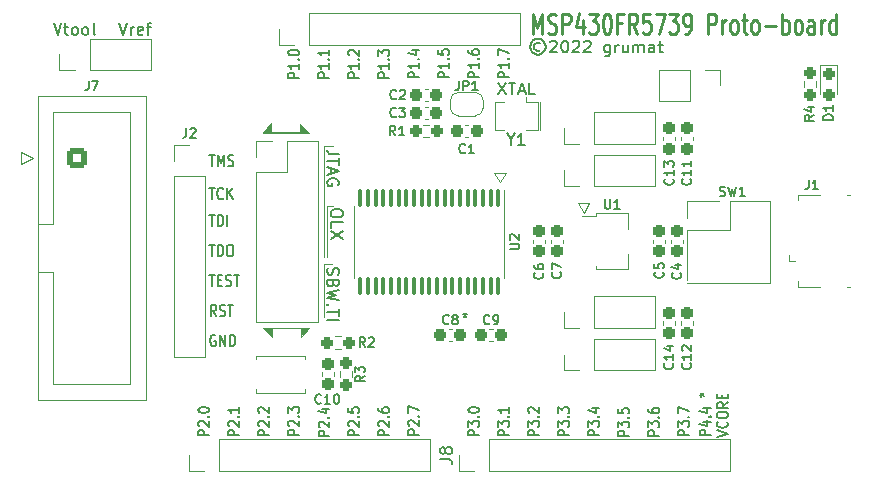
<source format=gto>
G04 #@! TF.GenerationSoftware,KiCad,Pcbnew,(6.0.7)*
G04 #@! TF.CreationDate,2022-09-17T20:46:44+02:00*
G04 #@! TF.ProjectId,SLAU272_FR5739,534c4155-3237-4325-9f46-52353733392e,rev?*
G04 #@! TF.SameCoordinates,Original*
G04 #@! TF.FileFunction,Legend,Top*
G04 #@! TF.FilePolarity,Positive*
%FSLAX46Y46*%
G04 Gerber Fmt 4.6, Leading zero omitted, Abs format (unit mm)*
G04 Created by KiCad (PCBNEW (6.0.7)) date 2022-09-17 20:46:44*
%MOMM*%
%LPD*%
G01*
G04 APERTURE LIST*
G04 Aperture macros list*
%AMRoundRect*
0 Rectangle with rounded corners*
0 $1 Rounding radius*
0 $2 $3 $4 $5 $6 $7 $8 $9 X,Y pos of 4 corners*
0 Add a 4 corners polygon primitive as box body*
4,1,4,$2,$3,$4,$5,$6,$7,$8,$9,$2,$3,0*
0 Add four circle primitives for the rounded corners*
1,1,$1+$1,$2,$3*
1,1,$1+$1,$4,$5*
1,1,$1+$1,$6,$7*
1,1,$1+$1,$8,$9*
0 Add four rect primitives between the rounded corners*
20,1,$1+$1,$2,$3,$4,$5,0*
20,1,$1+$1,$4,$5,$6,$7,0*
20,1,$1+$1,$6,$7,$8,$9,0*
20,1,$1+$1,$8,$9,$2,$3,0*%
%AMFreePoly0*
4,1,9,5.362500,-0.866500,1.237500,-0.866500,1.237500,-0.450000,-1.237500,-0.450000,-1.237500,0.450000,1.237500,0.450000,1.237500,0.866500,5.362500,0.866500,5.362500,-0.866500,5.362500,-0.866500,$1*%
%AMFreePoly1*
4,1,22,0.500000,-0.750000,0.000000,-0.750000,0.000000,-0.745033,-0.079941,-0.743568,-0.215256,-0.701293,-0.333266,-0.622738,-0.424486,-0.514219,-0.481581,-0.384460,-0.499164,-0.250000,-0.500000,-0.250000,-0.500000,0.250000,-0.499164,0.250000,-0.499963,0.256109,-0.478152,0.396186,-0.417904,0.524511,-0.324060,0.630769,-0.204165,0.706417,-0.067858,0.745374,0.000000,0.744959,0.000000,0.750000,
0.500000,0.750000,0.500000,-0.750000,0.500000,-0.750000,$1*%
%AMFreePoly2*
4,1,20,0.000000,0.744959,0.073905,0.744508,0.209726,0.703889,0.328688,0.626782,0.421226,0.519385,0.479903,0.390333,0.500000,0.250000,0.500000,-0.250000,0.499851,-0.262216,0.476331,-0.402017,0.414519,-0.529596,0.319384,-0.634700,0.198574,-0.708877,0.061801,-0.746166,0.000000,-0.745033,0.000000,-0.750000,-0.500000,-0.750000,-0.500000,0.750000,0.000000,0.750000,0.000000,0.744959,
0.000000,0.744959,$1*%
G04 Aperture macros list end*
%ADD10C,0.120000*%
%ADD11C,0.100000*%
%ADD12C,0.150000*%
%ADD13C,0.250000*%
%ADD14R,0.400000X1.900000*%
%ADD15RoundRect,0.250000X-0.600000X-0.600000X0.600000X-0.600000X0.600000X0.600000X-0.600000X0.600000X0*%
%ADD16C,1.700000*%
%ADD17RoundRect,0.237500X0.300000X0.237500X-0.300000X0.237500X-0.300000X-0.237500X0.300000X-0.237500X0*%
%ADD18R,1.700000X1.700000*%
%ADD19O,1.700000X1.700000*%
%ADD20RoundRect,0.237500X0.237500X-0.300000X0.237500X0.300000X-0.237500X0.300000X-0.237500X-0.300000X0*%
%ADD21RoundRect,0.237500X-0.250000X-0.237500X0.250000X-0.237500X0.250000X0.237500X-0.250000X0.237500X0*%
%ADD22R,2.300000X0.900000*%
%ADD23FreePoly0,0.000000*%
%ADD24RoundRect,0.237500X-0.237500X0.287500X-0.237500X-0.287500X0.237500X-0.287500X0.237500X0.287500X0*%
%ADD25RoundRect,0.237500X-0.237500X0.250000X-0.237500X-0.250000X0.237500X-0.250000X0.237500X0.250000X0*%
%ADD26RoundRect,0.237500X-0.237500X0.300000X-0.237500X-0.300000X0.237500X-0.300000X0.237500X0.300000X0*%
%ADD27R,1.550000X0.400000*%
%ADD28R,1.900000X1.200000*%
%ADD29C,1.450000*%
%ADD30O,1.900000X1.200000*%
%ADD31R,1.900000X1.500000*%
%ADD32RoundRect,0.237500X0.237500X-0.250000X0.237500X0.250000X-0.237500X0.250000X-0.237500X-0.250000X0*%
%ADD33R,1.350000X1.350000*%
%ADD34O,1.350000X1.350000*%
%ADD35RoundRect,0.100000X-0.100000X0.637500X-0.100000X-0.637500X0.100000X-0.637500X0.100000X0.637500X0*%
%ADD36R,1.400000X2.000000*%
%ADD37RoundRect,0.237500X0.250000X0.237500X-0.250000X0.237500X-0.250000X-0.237500X0.250000X-0.237500X0*%
%ADD38RoundRect,0.237500X-0.300000X-0.237500X0.300000X-0.237500X0.300000X0.237500X-0.300000X0.237500X0*%
%ADD39FreePoly1,0.000000*%
%ADD40FreePoly2,0.000000*%
G04 APERTURE END LIST*
D10*
X154850000Y-99800000D02*
X155850000Y-99800000D01*
X155350000Y-100600000D02*
X154850000Y-99800000D01*
X155850000Y-99800000D02*
X155350000Y-100600000D01*
X147759000Y-97186000D02*
X148759000Y-97186000D01*
X148759000Y-97186000D02*
X148259000Y-97986000D01*
X148259000Y-97986000D02*
X147759000Y-97186000D01*
D11*
G36*
X128857200Y-93770000D02*
G01*
X131357200Y-93770000D01*
X131357200Y-93070000D01*
X132082200Y-93795000D01*
X128207200Y-93795000D01*
X128857200Y-93020000D01*
X128857200Y-93770000D01*
G37*
X128857200Y-93770000D02*
X131357200Y-93770000D01*
X131357200Y-93070000D01*
X132082200Y-93795000D01*
X128207200Y-93795000D01*
X128857200Y-93020000D01*
X128857200Y-93770000D01*
G36*
X131469200Y-111117000D02*
G01*
X131469200Y-110367000D01*
X128969200Y-110367000D01*
X128969200Y-111067000D01*
X128244200Y-110342000D01*
X132119200Y-110342000D01*
X131469200Y-111117000D01*
G37*
X131469200Y-111117000D02*
X131469200Y-110367000D01*
X128969200Y-110367000D01*
X128969200Y-111067000D01*
X128244200Y-110342000D01*
X132119200Y-110342000D01*
X131469200Y-111117000D01*
D10*
X133400000Y-104294600D02*
X133400000Y-94912600D01*
X133388800Y-104933900D02*
X134088800Y-104933900D01*
X133400000Y-94912600D02*
X134100000Y-94912600D01*
X133388800Y-104914900D02*
X133388800Y-109441400D01*
X134162000Y-100018000D02*
X133654000Y-100018000D01*
X133654000Y-104336000D02*
X133654000Y-100018000D01*
D12*
X134647619Y-95625533D02*
X133933333Y-95625533D01*
X133790476Y-95577914D01*
X133695238Y-95482676D01*
X133647619Y-95339819D01*
X133647619Y-95244580D01*
X134647619Y-95958866D02*
X134647619Y-96530295D01*
X133647619Y-96244580D02*
X134647619Y-96244580D01*
X133933333Y-96816009D02*
X133933333Y-97292200D01*
X133647619Y-96720771D02*
X134647619Y-97054104D01*
X133647619Y-97387438D01*
X134600000Y-98244580D02*
X134647619Y-98149342D01*
X134647619Y-98006485D01*
X134600000Y-97863628D01*
X134504761Y-97768390D01*
X134409523Y-97720771D01*
X134219047Y-97673152D01*
X134076190Y-97673152D01*
X133885714Y-97720771D01*
X133790476Y-97768390D01*
X133695238Y-97863628D01*
X133647619Y-98006485D01*
X133647619Y-98101723D01*
X133695238Y-98244580D01*
X133742857Y-98292200D01*
X134076190Y-98292200D01*
X134076190Y-98101723D01*
X133695238Y-105245914D02*
X133647619Y-105388771D01*
X133647619Y-105626866D01*
X133695238Y-105722104D01*
X133742857Y-105769723D01*
X133838095Y-105817342D01*
X133933333Y-105817342D01*
X134028571Y-105769723D01*
X134076190Y-105722104D01*
X134123809Y-105626866D01*
X134171428Y-105436390D01*
X134219047Y-105341152D01*
X134266666Y-105293533D01*
X134361904Y-105245914D01*
X134457142Y-105245914D01*
X134552380Y-105293533D01*
X134600000Y-105341152D01*
X134647619Y-105436390D01*
X134647619Y-105674485D01*
X134600000Y-105817342D01*
X134171428Y-106579247D02*
X134123809Y-106722104D01*
X134076190Y-106769723D01*
X133980952Y-106817342D01*
X133838095Y-106817342D01*
X133742857Y-106769723D01*
X133695238Y-106722104D01*
X133647619Y-106626866D01*
X133647619Y-106245914D01*
X134647619Y-106245914D01*
X134647619Y-106579247D01*
X134600000Y-106674485D01*
X134552380Y-106722104D01*
X134457142Y-106769723D01*
X134361904Y-106769723D01*
X134266666Y-106722104D01*
X134219047Y-106674485D01*
X134171428Y-106579247D01*
X134171428Y-106245914D01*
X134647619Y-107150676D02*
X133647619Y-107388771D01*
X134361904Y-107579247D01*
X133647619Y-107769723D01*
X134647619Y-108007819D01*
X133742857Y-108388771D02*
X133695238Y-108436390D01*
X133647619Y-108388771D01*
X133695238Y-108341152D01*
X133742857Y-108388771D01*
X133647619Y-108388771D01*
X134647619Y-108722104D02*
X134647619Y-109293533D01*
X133647619Y-109007819D02*
X134647619Y-109007819D01*
X133647619Y-109626866D02*
X134647619Y-109626866D01*
X148108380Y-89564380D02*
X148775047Y-90564380D01*
X148775047Y-89564380D02*
X148108380Y-90564380D01*
X149013142Y-89564380D02*
X149584571Y-89564380D01*
X149298857Y-90564380D02*
X149298857Y-89564380D01*
X149870285Y-90278666D02*
X150346476Y-90278666D01*
X149775047Y-90564380D02*
X150108380Y-89564380D01*
X150441714Y-90564380D01*
X151251238Y-90564380D02*
X150775047Y-90564380D01*
X150775047Y-89564380D01*
X124191963Y-110948000D02*
X124115773Y-110900380D01*
X124001487Y-110900380D01*
X123887201Y-110948000D01*
X123811011Y-111043238D01*
X123772916Y-111138476D01*
X123734820Y-111328952D01*
X123734820Y-111471809D01*
X123772916Y-111662285D01*
X123811011Y-111757523D01*
X123887201Y-111852761D01*
X124001487Y-111900380D01*
X124077678Y-111900380D01*
X124191963Y-111852761D01*
X124230059Y-111805142D01*
X124230059Y-111471809D01*
X124077678Y-111471809D01*
X124572916Y-111900380D02*
X124572916Y-110900380D01*
X125030059Y-111900380D01*
X125030059Y-110900380D01*
X125411011Y-111900380D02*
X125411011Y-110900380D01*
X125601487Y-110900380D01*
X125715773Y-110948000D01*
X125791963Y-111043238D01*
X125830059Y-111138476D01*
X125868154Y-111328952D01*
X125868154Y-111471809D01*
X125830059Y-111662285D01*
X125791963Y-111757523D01*
X125715773Y-111852761D01*
X125601487Y-111900380D01*
X125411011Y-111900380D01*
X136347142Y-119415023D02*
X135447142Y-119415023D01*
X135447142Y-119110261D01*
X135490000Y-119034071D01*
X135532857Y-118995976D01*
X135618571Y-118957880D01*
X135747142Y-118957880D01*
X135832857Y-118995976D01*
X135875714Y-119034071D01*
X135918571Y-119110261D01*
X135918571Y-119415023D01*
X135532857Y-118653119D02*
X135490000Y-118615023D01*
X135447142Y-118538833D01*
X135447142Y-118348357D01*
X135490000Y-118272166D01*
X135532857Y-118234071D01*
X135618571Y-118195976D01*
X135704285Y-118195976D01*
X135832857Y-118234071D01*
X136347142Y-118691214D01*
X136347142Y-118195976D01*
X136261428Y-117853119D02*
X136304285Y-117815023D01*
X136347142Y-117853119D01*
X136304285Y-117891214D01*
X136261428Y-117853119D01*
X136347142Y-117853119D01*
X135447142Y-117091214D02*
X135447142Y-117472166D01*
X135875714Y-117510261D01*
X135832857Y-117472166D01*
X135790000Y-117395976D01*
X135790000Y-117205500D01*
X135832857Y-117129309D01*
X135875714Y-117091214D01*
X135961428Y-117053119D01*
X136175714Y-117053119D01*
X136261428Y-117091214D01*
X136304285Y-117129309D01*
X136347142Y-117205500D01*
X136347142Y-117395976D01*
X136304285Y-117472166D01*
X136261428Y-117510261D01*
X131267142Y-89167785D02*
X130367142Y-89167785D01*
X130367142Y-88863023D01*
X130410000Y-88786833D01*
X130452857Y-88748738D01*
X130538571Y-88710642D01*
X130667142Y-88710642D01*
X130752857Y-88748738D01*
X130795714Y-88786833D01*
X130838571Y-88863023D01*
X130838571Y-89167785D01*
X131267142Y-87948738D02*
X131267142Y-88405880D01*
X131267142Y-88177309D02*
X130367142Y-88177309D01*
X130495714Y-88253500D01*
X130581428Y-88329690D01*
X130624285Y-88405880D01*
X131181428Y-87605880D02*
X131224285Y-87567785D01*
X131267142Y-87605880D01*
X131224285Y-87643976D01*
X131181428Y-87605880D01*
X131267142Y-87605880D01*
X130367142Y-87072547D02*
X130367142Y-86996357D01*
X130410000Y-86920166D01*
X130452857Y-86882071D01*
X130538571Y-86843976D01*
X130710000Y-86805880D01*
X130924285Y-86805880D01*
X131095714Y-86843976D01*
X131181428Y-86882071D01*
X131224285Y-86920166D01*
X131267142Y-86996357D01*
X131267142Y-87072547D01*
X131224285Y-87148738D01*
X131181428Y-87186833D01*
X131095714Y-87224928D01*
X130924285Y-87263023D01*
X130710000Y-87263023D01*
X130538571Y-87224928D01*
X130452857Y-87186833D01*
X130410000Y-87148738D01*
X130367142Y-87072547D01*
X124239119Y-109360380D02*
X123972452Y-108884190D01*
X123781976Y-109360380D02*
X123781976Y-108360380D01*
X124086738Y-108360380D01*
X124162928Y-108408000D01*
X124201023Y-108455619D01*
X124239119Y-108550857D01*
X124239119Y-108693714D01*
X124201023Y-108788952D01*
X124162928Y-108836571D01*
X124086738Y-108884190D01*
X123781976Y-108884190D01*
X124543880Y-109312761D02*
X124658166Y-109360380D01*
X124848642Y-109360380D01*
X124924833Y-109312761D01*
X124962928Y-109265142D01*
X125001023Y-109169904D01*
X125001023Y-109074666D01*
X124962928Y-108979428D01*
X124924833Y-108931809D01*
X124848642Y-108884190D01*
X124696261Y-108836571D01*
X124620071Y-108788952D01*
X124581976Y-108741333D01*
X124543880Y-108646095D01*
X124543880Y-108550857D01*
X124581976Y-108455619D01*
X124620071Y-108408000D01*
X124696261Y-108360380D01*
X124886738Y-108360380D01*
X125001023Y-108408000D01*
X125229595Y-108360380D02*
X125686738Y-108360380D01*
X125458166Y-109360380D02*
X125458166Y-108360380D01*
X143967142Y-89117972D02*
X143067142Y-89117972D01*
X143067142Y-88813210D01*
X143110000Y-88737020D01*
X143152857Y-88698925D01*
X143238571Y-88660829D01*
X143367142Y-88660829D01*
X143452857Y-88698925D01*
X143495714Y-88737020D01*
X143538571Y-88813210D01*
X143538571Y-89117972D01*
X143967142Y-87898925D02*
X143967142Y-88356067D01*
X143967142Y-88127496D02*
X143067142Y-88127496D01*
X143195714Y-88203687D01*
X143281428Y-88279877D01*
X143324285Y-88356067D01*
X143881428Y-87556067D02*
X143924285Y-87517972D01*
X143967142Y-87556067D01*
X143924285Y-87594163D01*
X143881428Y-87556067D01*
X143967142Y-87556067D01*
X143067142Y-86794163D02*
X143067142Y-87175115D01*
X143495714Y-87213210D01*
X143452857Y-87175115D01*
X143410000Y-87098925D01*
X143410000Y-86908448D01*
X143452857Y-86832258D01*
X143495714Y-86794163D01*
X143581428Y-86756067D01*
X143795714Y-86756067D01*
X143881428Y-86794163D01*
X143924285Y-86832258D01*
X143967142Y-86908448D01*
X143967142Y-87098925D01*
X143924285Y-87175115D01*
X143881428Y-87213210D01*
D13*
X151051428Y-85420047D02*
X151051428Y-83720047D01*
X151451428Y-84934333D01*
X151851428Y-83720047D01*
X151851428Y-85420047D01*
X152365714Y-85339095D02*
X152537142Y-85420047D01*
X152822857Y-85420047D01*
X152937142Y-85339095D01*
X152994285Y-85258142D01*
X153051428Y-85096238D01*
X153051428Y-84934333D01*
X152994285Y-84772428D01*
X152937142Y-84691476D01*
X152822857Y-84610523D01*
X152594285Y-84529571D01*
X152480000Y-84448619D01*
X152422857Y-84367666D01*
X152365714Y-84205761D01*
X152365714Y-84043857D01*
X152422857Y-83881952D01*
X152480000Y-83801000D01*
X152594285Y-83720047D01*
X152880000Y-83720047D01*
X153051428Y-83801000D01*
X153565714Y-85420047D02*
X153565714Y-83720047D01*
X154022857Y-83720047D01*
X154137142Y-83801000D01*
X154194285Y-83881952D01*
X154251428Y-84043857D01*
X154251428Y-84286714D01*
X154194285Y-84448619D01*
X154137142Y-84529571D01*
X154022857Y-84610523D01*
X153565714Y-84610523D01*
X155280000Y-84286714D02*
X155280000Y-85420047D01*
X154994285Y-83639095D02*
X154708571Y-84853380D01*
X155451428Y-84853380D01*
X155794285Y-83720047D02*
X156537142Y-83720047D01*
X156137142Y-84367666D01*
X156308571Y-84367666D01*
X156422857Y-84448619D01*
X156480000Y-84529571D01*
X156537142Y-84691476D01*
X156537142Y-85096238D01*
X156480000Y-85258142D01*
X156422857Y-85339095D01*
X156308571Y-85420047D01*
X155965714Y-85420047D01*
X155851428Y-85339095D01*
X155794285Y-85258142D01*
X157280000Y-83720047D02*
X157394285Y-83720047D01*
X157508571Y-83801000D01*
X157565714Y-83881952D01*
X157622857Y-84043857D01*
X157680000Y-84367666D01*
X157680000Y-84772428D01*
X157622857Y-85096238D01*
X157565714Y-85258142D01*
X157508571Y-85339095D01*
X157394285Y-85420047D01*
X157280000Y-85420047D01*
X157165714Y-85339095D01*
X157108571Y-85258142D01*
X157051428Y-85096238D01*
X156994285Y-84772428D01*
X156994285Y-84367666D01*
X157051428Y-84043857D01*
X157108571Y-83881952D01*
X157165714Y-83801000D01*
X157280000Y-83720047D01*
X158594285Y-84529571D02*
X158194285Y-84529571D01*
X158194285Y-85420047D02*
X158194285Y-83720047D01*
X158765714Y-83720047D01*
X159908571Y-85420047D02*
X159508571Y-84610523D01*
X159222857Y-85420047D02*
X159222857Y-83720047D01*
X159680000Y-83720047D01*
X159794285Y-83801000D01*
X159851428Y-83881952D01*
X159908571Y-84043857D01*
X159908571Y-84286714D01*
X159851428Y-84448619D01*
X159794285Y-84529571D01*
X159680000Y-84610523D01*
X159222857Y-84610523D01*
X160994285Y-83720047D02*
X160422857Y-83720047D01*
X160365714Y-84529571D01*
X160422857Y-84448619D01*
X160537142Y-84367666D01*
X160822857Y-84367666D01*
X160937142Y-84448619D01*
X160994285Y-84529571D01*
X161051428Y-84691476D01*
X161051428Y-85096238D01*
X160994285Y-85258142D01*
X160937142Y-85339095D01*
X160822857Y-85420047D01*
X160537142Y-85420047D01*
X160422857Y-85339095D01*
X160365714Y-85258142D01*
X161451428Y-83720047D02*
X162251428Y-83720047D01*
X161737142Y-85420047D01*
X162594285Y-83720047D02*
X163337142Y-83720047D01*
X162937142Y-84367666D01*
X163108571Y-84367666D01*
X163222857Y-84448619D01*
X163280000Y-84529571D01*
X163337142Y-84691476D01*
X163337142Y-85096238D01*
X163280000Y-85258142D01*
X163222857Y-85339095D01*
X163108571Y-85420047D01*
X162765714Y-85420047D01*
X162651428Y-85339095D01*
X162594285Y-85258142D01*
X163908571Y-85420047D02*
X164137142Y-85420047D01*
X164251428Y-85339095D01*
X164308571Y-85258142D01*
X164422857Y-85015285D01*
X164480000Y-84691476D01*
X164480000Y-84043857D01*
X164422857Y-83881952D01*
X164365714Y-83801000D01*
X164251428Y-83720047D01*
X164022857Y-83720047D01*
X163908571Y-83801000D01*
X163851428Y-83881952D01*
X163794285Y-84043857D01*
X163794285Y-84448619D01*
X163851428Y-84610523D01*
X163908571Y-84691476D01*
X164022857Y-84772428D01*
X164251428Y-84772428D01*
X164365714Y-84691476D01*
X164422857Y-84610523D01*
X164480000Y-84448619D01*
X165908571Y-85420047D02*
X165908571Y-83720047D01*
X166365714Y-83720047D01*
X166480000Y-83801000D01*
X166537142Y-83881952D01*
X166594285Y-84043857D01*
X166594285Y-84286714D01*
X166537142Y-84448619D01*
X166480000Y-84529571D01*
X166365714Y-84610523D01*
X165908571Y-84610523D01*
X167108571Y-85420047D02*
X167108571Y-84286714D01*
X167108571Y-84610523D02*
X167165714Y-84448619D01*
X167222857Y-84367666D01*
X167337142Y-84286714D01*
X167451428Y-84286714D01*
X168022857Y-85420047D02*
X167908571Y-85339095D01*
X167851428Y-85258142D01*
X167794285Y-85096238D01*
X167794285Y-84610523D01*
X167851428Y-84448619D01*
X167908571Y-84367666D01*
X168022857Y-84286714D01*
X168194285Y-84286714D01*
X168308571Y-84367666D01*
X168365714Y-84448619D01*
X168422857Y-84610523D01*
X168422857Y-85096238D01*
X168365714Y-85258142D01*
X168308571Y-85339095D01*
X168194285Y-85420047D01*
X168022857Y-85420047D01*
X168765714Y-84286714D02*
X169222857Y-84286714D01*
X168937142Y-83720047D02*
X168937142Y-85177190D01*
X168994285Y-85339095D01*
X169108571Y-85420047D01*
X169222857Y-85420047D01*
X169794285Y-85420047D02*
X169680000Y-85339095D01*
X169622857Y-85258142D01*
X169565714Y-85096238D01*
X169565714Y-84610523D01*
X169622857Y-84448619D01*
X169680000Y-84367666D01*
X169794285Y-84286714D01*
X169965714Y-84286714D01*
X170080000Y-84367666D01*
X170137142Y-84448619D01*
X170194285Y-84610523D01*
X170194285Y-85096238D01*
X170137142Y-85258142D01*
X170080000Y-85339095D01*
X169965714Y-85420047D01*
X169794285Y-85420047D01*
X170708571Y-84772428D02*
X171622857Y-84772428D01*
X172194285Y-85420047D02*
X172194285Y-83720047D01*
X172194285Y-84367666D02*
X172308571Y-84286714D01*
X172537142Y-84286714D01*
X172651428Y-84367666D01*
X172708571Y-84448619D01*
X172765714Y-84610523D01*
X172765714Y-85096238D01*
X172708571Y-85258142D01*
X172651428Y-85339095D01*
X172537142Y-85420047D01*
X172308571Y-85420047D01*
X172194285Y-85339095D01*
X173451428Y-85420047D02*
X173337142Y-85339095D01*
X173280000Y-85258142D01*
X173222857Y-85096238D01*
X173222857Y-84610523D01*
X173280000Y-84448619D01*
X173337142Y-84367666D01*
X173451428Y-84286714D01*
X173622857Y-84286714D01*
X173737142Y-84367666D01*
X173794285Y-84448619D01*
X173851428Y-84610523D01*
X173851428Y-85096238D01*
X173794285Y-85258142D01*
X173737142Y-85339095D01*
X173622857Y-85420047D01*
X173451428Y-85420047D01*
X174880000Y-85420047D02*
X174880000Y-84529571D01*
X174822857Y-84367666D01*
X174708571Y-84286714D01*
X174480000Y-84286714D01*
X174365714Y-84367666D01*
X174880000Y-85339095D02*
X174765714Y-85420047D01*
X174480000Y-85420047D01*
X174365714Y-85339095D01*
X174308571Y-85177190D01*
X174308571Y-85015285D01*
X174365714Y-84853380D01*
X174480000Y-84772428D01*
X174765714Y-84772428D01*
X174880000Y-84691476D01*
X175451428Y-85420047D02*
X175451428Y-84286714D01*
X175451428Y-84610523D02*
X175508571Y-84448619D01*
X175565714Y-84367666D01*
X175680000Y-84286714D01*
X175794285Y-84286714D01*
X176708571Y-85420047D02*
X176708571Y-83720047D01*
X176708571Y-85339095D02*
X176594285Y-85420047D01*
X176365714Y-85420047D01*
X176251428Y-85339095D01*
X176194285Y-85258142D01*
X176137142Y-85096238D01*
X176137142Y-84610523D01*
X176194285Y-84448619D01*
X176251428Y-84367666D01*
X176365714Y-84286714D01*
X176594285Y-84286714D01*
X176708571Y-84367666D01*
D12*
X110484285Y-84527380D02*
X110817619Y-85527380D01*
X111150952Y-84527380D01*
X111341428Y-84860714D02*
X111722380Y-84860714D01*
X111484285Y-84527380D02*
X111484285Y-85384523D01*
X111531904Y-85479761D01*
X111627142Y-85527380D01*
X111722380Y-85527380D01*
X112198571Y-85527380D02*
X112103333Y-85479761D01*
X112055714Y-85432142D01*
X112008095Y-85336904D01*
X112008095Y-85051190D01*
X112055714Y-84955952D01*
X112103333Y-84908333D01*
X112198571Y-84860714D01*
X112341428Y-84860714D01*
X112436666Y-84908333D01*
X112484285Y-84955952D01*
X112531904Y-85051190D01*
X112531904Y-85336904D01*
X112484285Y-85432142D01*
X112436666Y-85479761D01*
X112341428Y-85527380D01*
X112198571Y-85527380D01*
X113103333Y-85527380D02*
X113008095Y-85479761D01*
X112960476Y-85432142D01*
X112912857Y-85336904D01*
X112912857Y-85051190D01*
X112960476Y-84955952D01*
X113008095Y-84908333D01*
X113103333Y-84860714D01*
X113246190Y-84860714D01*
X113341428Y-84908333D01*
X113389047Y-84955952D01*
X113436666Y-85051190D01*
X113436666Y-85336904D01*
X113389047Y-85432142D01*
X113341428Y-85479761D01*
X113246190Y-85527380D01*
X113103333Y-85527380D01*
X114008095Y-85527380D02*
X113912857Y-85479761D01*
X113865238Y-85384523D01*
X113865238Y-84527380D01*
X145308461Y-109050142D02*
X145308461Y-109264428D01*
X145117985Y-109178714D02*
X145308461Y-109264428D01*
X145498938Y-109178714D01*
X145194176Y-109435857D02*
X145308461Y-109264428D01*
X145422747Y-109435857D01*
X141427142Y-89129734D02*
X140527142Y-89129734D01*
X140527142Y-88824972D01*
X140570000Y-88748782D01*
X140612857Y-88710687D01*
X140698571Y-88672591D01*
X140827142Y-88672591D01*
X140912857Y-88710687D01*
X140955714Y-88748782D01*
X140998571Y-88824972D01*
X140998571Y-89129734D01*
X141427142Y-87910687D02*
X141427142Y-88367829D01*
X141427142Y-88139258D02*
X140527142Y-88139258D01*
X140655714Y-88215449D01*
X140741428Y-88291639D01*
X140784285Y-88367829D01*
X141341428Y-87567829D02*
X141384285Y-87529734D01*
X141427142Y-87567829D01*
X141384285Y-87605925D01*
X141341428Y-87567829D01*
X141427142Y-87567829D01*
X140827142Y-86844020D02*
X141427142Y-86844020D01*
X140484285Y-87034496D02*
X141127142Y-87224972D01*
X141127142Y-86729734D01*
X146507142Y-119415023D02*
X145607142Y-119415023D01*
X145607142Y-119110261D01*
X145650000Y-119034071D01*
X145692857Y-118995976D01*
X145778571Y-118957880D01*
X145907142Y-118957880D01*
X145992857Y-118995976D01*
X146035714Y-119034071D01*
X146078571Y-119110261D01*
X146078571Y-119415023D01*
X145607142Y-118691214D02*
X145607142Y-118195976D01*
X145950000Y-118462642D01*
X145950000Y-118348357D01*
X145992857Y-118272166D01*
X146035714Y-118234071D01*
X146121428Y-118195976D01*
X146335714Y-118195976D01*
X146421428Y-118234071D01*
X146464285Y-118272166D01*
X146507142Y-118348357D01*
X146507142Y-118576928D01*
X146464285Y-118653119D01*
X146421428Y-118691214D01*
X146421428Y-117853119D02*
X146464285Y-117815023D01*
X146507142Y-117853119D01*
X146464285Y-117891214D01*
X146421428Y-117853119D01*
X146507142Y-117853119D01*
X145607142Y-117319785D02*
X145607142Y-117243595D01*
X145650000Y-117167404D01*
X145692857Y-117129309D01*
X145778571Y-117091214D01*
X145950000Y-117053119D01*
X146164285Y-117053119D01*
X146335714Y-117091214D01*
X146421428Y-117129309D01*
X146464285Y-117167404D01*
X146507142Y-117243595D01*
X146507142Y-117319785D01*
X146464285Y-117395976D01*
X146421428Y-117434071D01*
X146335714Y-117472166D01*
X146164285Y-117510261D01*
X145950000Y-117510261D01*
X145778571Y-117472166D01*
X145692857Y-117434071D01*
X145650000Y-117395976D01*
X145607142Y-117319785D01*
X116042857Y-84502380D02*
X116376190Y-85502380D01*
X116709523Y-84502380D01*
X117042857Y-85502380D02*
X117042857Y-84835714D01*
X117042857Y-85026190D02*
X117090476Y-84930952D01*
X117138095Y-84883333D01*
X117233333Y-84835714D01*
X117328571Y-84835714D01*
X118042857Y-85454761D02*
X117947619Y-85502380D01*
X117757142Y-85502380D01*
X117661904Y-85454761D01*
X117614285Y-85359523D01*
X117614285Y-84978571D01*
X117661904Y-84883333D01*
X117757142Y-84835714D01*
X117947619Y-84835714D01*
X118042857Y-84883333D01*
X118090476Y-84978571D01*
X118090476Y-85073809D01*
X117614285Y-85169047D01*
X118376190Y-84835714D02*
X118757142Y-84835714D01*
X118519047Y-85502380D02*
X118519047Y-84645238D01*
X118566666Y-84550000D01*
X118661904Y-84502380D01*
X118757142Y-84502380D01*
X131267142Y-119394265D02*
X130367142Y-119394265D01*
X130367142Y-119089503D01*
X130410000Y-119013313D01*
X130452857Y-118975218D01*
X130538571Y-118937122D01*
X130667142Y-118937122D01*
X130752857Y-118975218D01*
X130795714Y-119013313D01*
X130838571Y-119089503D01*
X130838571Y-119394265D01*
X130452857Y-118632361D02*
X130410000Y-118594265D01*
X130367142Y-118518075D01*
X130367142Y-118327599D01*
X130410000Y-118251408D01*
X130452857Y-118213313D01*
X130538571Y-118175218D01*
X130624285Y-118175218D01*
X130752857Y-118213313D01*
X131267142Y-118670456D01*
X131267142Y-118175218D01*
X131181428Y-117832361D02*
X131224285Y-117794265D01*
X131267142Y-117832361D01*
X131224285Y-117870456D01*
X131181428Y-117832361D01*
X131267142Y-117832361D01*
X130367142Y-117527599D02*
X130367142Y-117032361D01*
X130710000Y-117299027D01*
X130710000Y-117184742D01*
X130752857Y-117108551D01*
X130795714Y-117070456D01*
X130881428Y-117032361D01*
X131095714Y-117032361D01*
X131181428Y-117070456D01*
X131224285Y-117108551D01*
X131267142Y-117184742D01*
X131267142Y-117413313D01*
X131224285Y-117489503D01*
X131181428Y-117527599D01*
X138887142Y-89141496D02*
X137987142Y-89141496D01*
X137987142Y-88836734D01*
X138030000Y-88760544D01*
X138072857Y-88722449D01*
X138158571Y-88684353D01*
X138287142Y-88684353D01*
X138372857Y-88722449D01*
X138415714Y-88760544D01*
X138458571Y-88836734D01*
X138458571Y-89141496D01*
X138887142Y-87922449D02*
X138887142Y-88379591D01*
X138887142Y-88151020D02*
X137987142Y-88151020D01*
X138115714Y-88227211D01*
X138201428Y-88303401D01*
X138244285Y-88379591D01*
X138801428Y-87579591D02*
X138844285Y-87541496D01*
X138887142Y-87579591D01*
X138844285Y-87617687D01*
X138801428Y-87579591D01*
X138887142Y-87579591D01*
X137987142Y-87274830D02*
X137987142Y-86779591D01*
X138330000Y-87046258D01*
X138330000Y-86931972D01*
X138372857Y-86855782D01*
X138415714Y-86817687D01*
X138501428Y-86779591D01*
X138715714Y-86779591D01*
X138801428Y-86817687D01*
X138844285Y-86855782D01*
X138887142Y-86931972D01*
X138887142Y-87160544D01*
X138844285Y-87236734D01*
X138801428Y-87274830D01*
X151672714Y-86246476D02*
X151577476Y-86198857D01*
X151387000Y-86198857D01*
X151291761Y-86246476D01*
X151196523Y-86341714D01*
X151148904Y-86436952D01*
X151148904Y-86627428D01*
X151196523Y-86722666D01*
X151291761Y-86817904D01*
X151387000Y-86865523D01*
X151577476Y-86865523D01*
X151672714Y-86817904D01*
X151482238Y-85865523D02*
X151244142Y-85913142D01*
X151006047Y-86056000D01*
X150863190Y-86294095D01*
X150815571Y-86532190D01*
X150863190Y-86770285D01*
X151006047Y-87008380D01*
X151244142Y-87151238D01*
X151482238Y-87198857D01*
X151720333Y-87151238D01*
X151958428Y-87008380D01*
X152101285Y-86770285D01*
X152148904Y-86532190D01*
X152101285Y-86294095D01*
X151958428Y-86056000D01*
X151720333Y-85913142D01*
X151482238Y-85865523D01*
X152529857Y-86103619D02*
X152577476Y-86056000D01*
X152672714Y-86008380D01*
X152910809Y-86008380D01*
X153006047Y-86056000D01*
X153053666Y-86103619D01*
X153101285Y-86198857D01*
X153101285Y-86294095D01*
X153053666Y-86436952D01*
X152482238Y-87008380D01*
X153101285Y-87008380D01*
X153720333Y-86008380D02*
X153815571Y-86008380D01*
X153910809Y-86056000D01*
X153958428Y-86103619D01*
X154006047Y-86198857D01*
X154053666Y-86389333D01*
X154053666Y-86627428D01*
X154006047Y-86817904D01*
X153958428Y-86913142D01*
X153910809Y-86960761D01*
X153815571Y-87008380D01*
X153720333Y-87008380D01*
X153625095Y-86960761D01*
X153577476Y-86913142D01*
X153529857Y-86817904D01*
X153482238Y-86627428D01*
X153482238Y-86389333D01*
X153529857Y-86198857D01*
X153577476Y-86103619D01*
X153625095Y-86056000D01*
X153720333Y-86008380D01*
X154434619Y-86103619D02*
X154482238Y-86056000D01*
X154577476Y-86008380D01*
X154815571Y-86008380D01*
X154910809Y-86056000D01*
X154958428Y-86103619D01*
X155006047Y-86198857D01*
X155006047Y-86294095D01*
X154958428Y-86436952D01*
X154387000Y-87008380D01*
X155006047Y-87008380D01*
X155387000Y-86103619D02*
X155434619Y-86056000D01*
X155529857Y-86008380D01*
X155767952Y-86008380D01*
X155863190Y-86056000D01*
X155910809Y-86103619D01*
X155958428Y-86198857D01*
X155958428Y-86294095D01*
X155910809Y-86436952D01*
X155339380Y-87008380D01*
X155958428Y-87008380D01*
X157577476Y-86341714D02*
X157577476Y-87151238D01*
X157529857Y-87246476D01*
X157482238Y-87294095D01*
X157387000Y-87341714D01*
X157244142Y-87341714D01*
X157148904Y-87294095D01*
X157577476Y-86960761D02*
X157482238Y-87008380D01*
X157291761Y-87008380D01*
X157196523Y-86960761D01*
X157148904Y-86913142D01*
X157101285Y-86817904D01*
X157101285Y-86532190D01*
X157148904Y-86436952D01*
X157196523Y-86389333D01*
X157291761Y-86341714D01*
X157482238Y-86341714D01*
X157577476Y-86389333D01*
X158053666Y-87008380D02*
X158053666Y-86341714D01*
X158053666Y-86532190D02*
X158101285Y-86436952D01*
X158148904Y-86389333D01*
X158244142Y-86341714D01*
X158339380Y-86341714D01*
X159101285Y-86341714D02*
X159101285Y-87008380D01*
X158672714Y-86341714D02*
X158672714Y-86865523D01*
X158720333Y-86960761D01*
X158815571Y-87008380D01*
X158958428Y-87008380D01*
X159053666Y-86960761D01*
X159101285Y-86913142D01*
X159577476Y-87008380D02*
X159577476Y-86341714D01*
X159577476Y-86436952D02*
X159625095Y-86389333D01*
X159720333Y-86341714D01*
X159863190Y-86341714D01*
X159958428Y-86389333D01*
X160006047Y-86484571D01*
X160006047Y-87008380D01*
X160006047Y-86484571D02*
X160053666Y-86389333D01*
X160148904Y-86341714D01*
X160291761Y-86341714D01*
X160387000Y-86389333D01*
X160434619Y-86484571D01*
X160434619Y-87008380D01*
X161339380Y-87008380D02*
X161339380Y-86484571D01*
X161291761Y-86389333D01*
X161196523Y-86341714D01*
X161006047Y-86341714D01*
X160910809Y-86389333D01*
X161339380Y-86960761D02*
X161244142Y-87008380D01*
X161006047Y-87008380D01*
X160910809Y-86960761D01*
X160863190Y-86865523D01*
X160863190Y-86770285D01*
X160910809Y-86675047D01*
X161006047Y-86627428D01*
X161244142Y-86627428D01*
X161339380Y-86579809D01*
X161672714Y-86341714D02*
X162053666Y-86341714D01*
X161815571Y-86008380D02*
X161815571Y-86865523D01*
X161863190Y-86960761D01*
X161958428Y-87008380D01*
X162053666Y-87008380D01*
X151587142Y-119415023D02*
X150687142Y-119415023D01*
X150687142Y-119110261D01*
X150730000Y-119034071D01*
X150772857Y-118995976D01*
X150858571Y-118957880D01*
X150987142Y-118957880D01*
X151072857Y-118995976D01*
X151115714Y-119034071D01*
X151158571Y-119110261D01*
X151158571Y-119415023D01*
X150687142Y-118691214D02*
X150687142Y-118195976D01*
X151030000Y-118462642D01*
X151030000Y-118348357D01*
X151072857Y-118272166D01*
X151115714Y-118234071D01*
X151201428Y-118195976D01*
X151415714Y-118195976D01*
X151501428Y-118234071D01*
X151544285Y-118272166D01*
X151587142Y-118348357D01*
X151587142Y-118576928D01*
X151544285Y-118653119D01*
X151501428Y-118691214D01*
X151501428Y-117853119D02*
X151544285Y-117815023D01*
X151587142Y-117853119D01*
X151544285Y-117891214D01*
X151501428Y-117853119D01*
X151587142Y-117853119D01*
X150772857Y-117510261D02*
X150730000Y-117472166D01*
X150687142Y-117395976D01*
X150687142Y-117205500D01*
X150730000Y-117129309D01*
X150772857Y-117091214D01*
X150858571Y-117053119D01*
X150944285Y-117053119D01*
X151072857Y-117091214D01*
X151587142Y-117548357D01*
X151587142Y-117053119D01*
X123667690Y-100740380D02*
X124124833Y-100740380D01*
X123896261Y-101740380D02*
X123896261Y-100740380D01*
X124391500Y-101740380D02*
X124391500Y-100740380D01*
X124581976Y-100740380D01*
X124696261Y-100788000D01*
X124772452Y-100883238D01*
X124810547Y-100978476D01*
X124848642Y-101168952D01*
X124848642Y-101311809D01*
X124810547Y-101502285D01*
X124772452Y-101597523D01*
X124696261Y-101692761D01*
X124581976Y-101740380D01*
X124391500Y-101740380D01*
X125191500Y-101740380D02*
X125191500Y-100740380D01*
X133837142Y-119482023D02*
X132937142Y-119482023D01*
X132937142Y-119177261D01*
X132980000Y-119101071D01*
X133022857Y-119062976D01*
X133108571Y-119024880D01*
X133237142Y-119024880D01*
X133322857Y-119062976D01*
X133365714Y-119101071D01*
X133408571Y-119177261D01*
X133408571Y-119482023D01*
X133022857Y-118720119D02*
X132980000Y-118682023D01*
X132937142Y-118605833D01*
X132937142Y-118415357D01*
X132980000Y-118339166D01*
X133022857Y-118301071D01*
X133108571Y-118262976D01*
X133194285Y-118262976D01*
X133322857Y-118301071D01*
X133837142Y-118758214D01*
X133837142Y-118262976D01*
X133751428Y-117920119D02*
X133794285Y-117882023D01*
X133837142Y-117920119D01*
X133794285Y-117958214D01*
X133751428Y-117920119D01*
X133837142Y-117920119D01*
X133237142Y-117196309D02*
X133837142Y-117196309D01*
X132894285Y-117386785D02*
X133537142Y-117577261D01*
X133537142Y-117082023D01*
X149047142Y-119415023D02*
X148147142Y-119415023D01*
X148147142Y-119110261D01*
X148190000Y-119034071D01*
X148232857Y-118995976D01*
X148318571Y-118957880D01*
X148447142Y-118957880D01*
X148532857Y-118995976D01*
X148575714Y-119034071D01*
X148618571Y-119110261D01*
X148618571Y-119415023D01*
X148147142Y-118691214D02*
X148147142Y-118195976D01*
X148490000Y-118462642D01*
X148490000Y-118348357D01*
X148532857Y-118272166D01*
X148575714Y-118234071D01*
X148661428Y-118195976D01*
X148875714Y-118195976D01*
X148961428Y-118234071D01*
X149004285Y-118272166D01*
X149047142Y-118348357D01*
X149047142Y-118576928D01*
X149004285Y-118653119D01*
X148961428Y-118691214D01*
X148961428Y-117853119D02*
X149004285Y-117815023D01*
X149047142Y-117853119D01*
X149004285Y-117891214D01*
X148961428Y-117853119D01*
X149047142Y-117853119D01*
X149047142Y-117053119D02*
X149047142Y-117510261D01*
X149047142Y-117281690D02*
X148147142Y-117281690D01*
X148275714Y-117357880D01*
X148361428Y-117434071D01*
X148404285Y-117510261D01*
X134963619Y-100544071D02*
X134963619Y-100734547D01*
X134916000Y-100829785D01*
X134820761Y-100925023D01*
X134630285Y-100972642D01*
X134296952Y-100972642D01*
X134106476Y-100925023D01*
X134011238Y-100829785D01*
X133963619Y-100734547D01*
X133963619Y-100544071D01*
X134011238Y-100448833D01*
X134106476Y-100353595D01*
X134296952Y-100305976D01*
X134630285Y-100305976D01*
X134820761Y-100353595D01*
X134916000Y-100448833D01*
X134963619Y-100544071D01*
X133963619Y-101877404D02*
X133963619Y-101401214D01*
X134963619Y-101401214D01*
X134963619Y-102115500D02*
X133963619Y-102782166D01*
X134963619Y-102782166D02*
X133963619Y-102115500D01*
X123658630Y-95660380D02*
X124115773Y-95660380D01*
X123887201Y-96660380D02*
X123887201Y-95660380D01*
X124382440Y-96660380D02*
X124382440Y-95660380D01*
X124649106Y-96374666D01*
X124915773Y-95660380D01*
X124915773Y-96660380D01*
X125258630Y-96612761D02*
X125372916Y-96660380D01*
X125563392Y-96660380D01*
X125639582Y-96612761D01*
X125677678Y-96565142D01*
X125715773Y-96469904D01*
X125715773Y-96374666D01*
X125677678Y-96279428D01*
X125639582Y-96231809D01*
X125563392Y-96184190D01*
X125411011Y-96136571D01*
X125334820Y-96088952D01*
X125296725Y-96041333D01*
X125258630Y-95946095D01*
X125258630Y-95850857D01*
X125296725Y-95755619D01*
X125334820Y-95708000D01*
X125411011Y-95660380D01*
X125601487Y-95660380D01*
X125715773Y-95708000D01*
X128727142Y-119415023D02*
X127827142Y-119415023D01*
X127827142Y-119110261D01*
X127870000Y-119034071D01*
X127912857Y-118995976D01*
X127998571Y-118957880D01*
X128127142Y-118957880D01*
X128212857Y-118995976D01*
X128255714Y-119034071D01*
X128298571Y-119110261D01*
X128298571Y-119415023D01*
X127912857Y-118653119D02*
X127870000Y-118615023D01*
X127827142Y-118538833D01*
X127827142Y-118348357D01*
X127870000Y-118272166D01*
X127912857Y-118234071D01*
X127998571Y-118195976D01*
X128084285Y-118195976D01*
X128212857Y-118234071D01*
X128727142Y-118691214D01*
X128727142Y-118195976D01*
X128641428Y-117853119D02*
X128684285Y-117815023D01*
X128727142Y-117853119D01*
X128684285Y-117891214D01*
X128641428Y-117853119D01*
X128727142Y-117853119D01*
X127912857Y-117510261D02*
X127870000Y-117472166D01*
X127827142Y-117395976D01*
X127827142Y-117205500D01*
X127870000Y-117129309D01*
X127912857Y-117091214D01*
X127998571Y-117053119D01*
X128084285Y-117053119D01*
X128212857Y-117091214D01*
X128727142Y-117548357D01*
X128727142Y-117053119D01*
X133807142Y-89165019D02*
X132907142Y-89165019D01*
X132907142Y-88860257D01*
X132950000Y-88784067D01*
X132992857Y-88745972D01*
X133078571Y-88707876D01*
X133207142Y-88707876D01*
X133292857Y-88745972D01*
X133335714Y-88784067D01*
X133378571Y-88860257D01*
X133378571Y-89165019D01*
X133807142Y-87945972D02*
X133807142Y-88403114D01*
X133807142Y-88174543D02*
X132907142Y-88174543D01*
X133035714Y-88250734D01*
X133121428Y-88326924D01*
X133164285Y-88403114D01*
X133721428Y-87603114D02*
X133764285Y-87565019D01*
X133807142Y-87603114D01*
X133764285Y-87641210D01*
X133721428Y-87603114D01*
X133807142Y-87603114D01*
X133807142Y-86803114D02*
X133807142Y-87260257D01*
X133807142Y-87031686D02*
X132907142Y-87031686D01*
X133035714Y-87107876D01*
X133121428Y-87184067D01*
X133164285Y-87260257D01*
X161747142Y-119462760D02*
X160847142Y-119462760D01*
X160847142Y-119157998D01*
X160890000Y-119081808D01*
X160932857Y-119043713D01*
X161018571Y-119005617D01*
X161147142Y-119005617D01*
X161232857Y-119043713D01*
X161275714Y-119081808D01*
X161318571Y-119157998D01*
X161318571Y-119462760D01*
X160847142Y-118738951D02*
X160847142Y-118243713D01*
X161190000Y-118510379D01*
X161190000Y-118396094D01*
X161232857Y-118319903D01*
X161275714Y-118281808D01*
X161361428Y-118243713D01*
X161575714Y-118243713D01*
X161661428Y-118281808D01*
X161704285Y-118319903D01*
X161747142Y-118396094D01*
X161747142Y-118624665D01*
X161704285Y-118700856D01*
X161661428Y-118738951D01*
X161661428Y-117900856D02*
X161704285Y-117862760D01*
X161747142Y-117900856D01*
X161704285Y-117938951D01*
X161661428Y-117900856D01*
X161747142Y-117900856D01*
X160847142Y-117177046D02*
X160847142Y-117329427D01*
X160890000Y-117405617D01*
X160932857Y-117443713D01*
X161061428Y-117519903D01*
X161232857Y-117557998D01*
X161575714Y-117557998D01*
X161661428Y-117519903D01*
X161704285Y-117481808D01*
X161747142Y-117405617D01*
X161747142Y-117253237D01*
X161704285Y-117177046D01*
X161661428Y-117138951D01*
X161575714Y-117100856D01*
X161361428Y-117100856D01*
X161275714Y-117138951D01*
X161232857Y-117177046D01*
X161190000Y-117253237D01*
X161190000Y-117405617D01*
X161232857Y-117481808D01*
X161275714Y-117519903D01*
X161361428Y-117557998D01*
X136347142Y-89153257D02*
X135447142Y-89153257D01*
X135447142Y-88848495D01*
X135490000Y-88772305D01*
X135532857Y-88734210D01*
X135618571Y-88696114D01*
X135747142Y-88696114D01*
X135832857Y-88734210D01*
X135875714Y-88772305D01*
X135918571Y-88848495D01*
X135918571Y-89153257D01*
X136347142Y-87934210D02*
X136347142Y-88391352D01*
X136347142Y-88162781D02*
X135447142Y-88162781D01*
X135575714Y-88238972D01*
X135661428Y-88315162D01*
X135704285Y-88391352D01*
X136261428Y-87591352D02*
X136304285Y-87553257D01*
X136347142Y-87591352D01*
X136304285Y-87629448D01*
X136261428Y-87591352D01*
X136347142Y-87591352D01*
X135532857Y-87248495D02*
X135490000Y-87210400D01*
X135447142Y-87134210D01*
X135447142Y-86943733D01*
X135490000Y-86867543D01*
X135532857Y-86829448D01*
X135618571Y-86791352D01*
X135704285Y-86791352D01*
X135832857Y-86829448D01*
X136347142Y-87286591D01*
X136347142Y-86791352D01*
X159207142Y-119482023D02*
X158307142Y-119482023D01*
X158307142Y-119177261D01*
X158350000Y-119101071D01*
X158392857Y-119062976D01*
X158478571Y-119024880D01*
X158607142Y-119024880D01*
X158692857Y-119062976D01*
X158735714Y-119101071D01*
X158778571Y-119177261D01*
X158778571Y-119482023D01*
X158307142Y-118758214D02*
X158307142Y-118262976D01*
X158650000Y-118529642D01*
X158650000Y-118415357D01*
X158692857Y-118339166D01*
X158735714Y-118301071D01*
X158821428Y-118262976D01*
X159035714Y-118262976D01*
X159121428Y-118301071D01*
X159164285Y-118339166D01*
X159207142Y-118415357D01*
X159207142Y-118643928D01*
X159164285Y-118720119D01*
X159121428Y-118758214D01*
X159121428Y-117920119D02*
X159164285Y-117882023D01*
X159207142Y-117920119D01*
X159164285Y-117958214D01*
X159121428Y-117920119D01*
X159207142Y-117920119D01*
X158307142Y-117158214D02*
X158307142Y-117539166D01*
X158735714Y-117577261D01*
X158692857Y-117539166D01*
X158650000Y-117462976D01*
X158650000Y-117272500D01*
X158692857Y-117196309D01*
X158735714Y-117158214D01*
X158821428Y-117120119D01*
X159035714Y-117120119D01*
X159121428Y-117158214D01*
X159164285Y-117196309D01*
X159207142Y-117272500D01*
X159207142Y-117462976D01*
X159164285Y-117539166D01*
X159121428Y-117577261D01*
X123667690Y-103280380D02*
X124124833Y-103280380D01*
X123896261Y-104280380D02*
X123896261Y-103280380D01*
X124391500Y-104280380D02*
X124391500Y-103280380D01*
X124581976Y-103280380D01*
X124696261Y-103328000D01*
X124772452Y-103423238D01*
X124810547Y-103518476D01*
X124848642Y-103708952D01*
X124848642Y-103851809D01*
X124810547Y-104042285D01*
X124772452Y-104137523D01*
X124696261Y-104232761D01*
X124581976Y-104280380D01*
X124391500Y-104280380D01*
X125343880Y-103280380D02*
X125496261Y-103280380D01*
X125572452Y-103328000D01*
X125648642Y-103423238D01*
X125686738Y-103613714D01*
X125686738Y-103947047D01*
X125648642Y-104137523D01*
X125572452Y-104232761D01*
X125496261Y-104280380D01*
X125343880Y-104280380D01*
X125267690Y-104232761D01*
X125191500Y-104137523D01*
X125153404Y-103947047D01*
X125153404Y-103613714D01*
X125191500Y-103423238D01*
X125267690Y-103328000D01*
X125343880Y-103280380D01*
X146507142Y-89106210D02*
X145607142Y-89106210D01*
X145607142Y-88801448D01*
X145650000Y-88725258D01*
X145692857Y-88687163D01*
X145778571Y-88649067D01*
X145907142Y-88649067D01*
X145992857Y-88687163D01*
X146035714Y-88725258D01*
X146078571Y-88801448D01*
X146078571Y-89106210D01*
X146507142Y-87887163D02*
X146507142Y-88344305D01*
X146507142Y-88115734D02*
X145607142Y-88115734D01*
X145735714Y-88191925D01*
X145821428Y-88268115D01*
X145864285Y-88344305D01*
X146421428Y-87544305D02*
X146464285Y-87506210D01*
X146507142Y-87544305D01*
X146464285Y-87582401D01*
X146421428Y-87544305D01*
X146507142Y-87544305D01*
X145607142Y-86820496D02*
X145607142Y-86972877D01*
X145650000Y-87049067D01*
X145692857Y-87087163D01*
X145821428Y-87163353D01*
X145992857Y-87201448D01*
X146335714Y-87201448D01*
X146421428Y-87163353D01*
X146464285Y-87125258D01*
X146507142Y-87049067D01*
X146507142Y-86896686D01*
X146464285Y-86820496D01*
X146421428Y-86782401D01*
X146335714Y-86744305D01*
X146121428Y-86744305D01*
X146035714Y-86782401D01*
X145992857Y-86820496D01*
X145950000Y-86896686D01*
X145950000Y-87049067D01*
X145992857Y-87125258D01*
X146035714Y-87163353D01*
X146121428Y-87201448D01*
X138887142Y-119408017D02*
X137987142Y-119408017D01*
X137987142Y-119103255D01*
X138030000Y-119027065D01*
X138072857Y-118988970D01*
X138158571Y-118950874D01*
X138287142Y-118950874D01*
X138372857Y-118988970D01*
X138415714Y-119027065D01*
X138458571Y-119103255D01*
X138458571Y-119408017D01*
X138072857Y-118646113D02*
X138030000Y-118608017D01*
X137987142Y-118531827D01*
X137987142Y-118341351D01*
X138030000Y-118265160D01*
X138072857Y-118227065D01*
X138158571Y-118188970D01*
X138244285Y-118188970D01*
X138372857Y-118227065D01*
X138887142Y-118684208D01*
X138887142Y-118188970D01*
X138801428Y-117846113D02*
X138844285Y-117808017D01*
X138887142Y-117846113D01*
X138844285Y-117884208D01*
X138801428Y-117846113D01*
X138887142Y-117846113D01*
X137987142Y-117122303D02*
X137987142Y-117274684D01*
X138030000Y-117350874D01*
X138072857Y-117388970D01*
X138201428Y-117465160D01*
X138372857Y-117503255D01*
X138715714Y-117503255D01*
X138801428Y-117465160D01*
X138844285Y-117427065D01*
X138887142Y-117350874D01*
X138887142Y-117198494D01*
X138844285Y-117122303D01*
X138801428Y-117084208D01*
X138715714Y-117046113D01*
X138501428Y-117046113D01*
X138415714Y-117084208D01*
X138372857Y-117122303D01*
X138330000Y-117198494D01*
X138330000Y-117350874D01*
X138372857Y-117427065D01*
X138415714Y-117465160D01*
X138501428Y-117503255D01*
X166102642Y-119428025D02*
X165202642Y-119428025D01*
X165202642Y-119123263D01*
X165245500Y-119047073D01*
X165288357Y-119008978D01*
X165374071Y-118970882D01*
X165502642Y-118970882D01*
X165588357Y-119008978D01*
X165631214Y-119047073D01*
X165674071Y-119123263D01*
X165674071Y-119428025D01*
X165502642Y-118285168D02*
X166102642Y-118285168D01*
X165159785Y-118475644D02*
X165802642Y-118666121D01*
X165802642Y-118170882D01*
X166016928Y-117866121D02*
X166059785Y-117828025D01*
X166102642Y-117866121D01*
X166059785Y-117904216D01*
X166016928Y-117866121D01*
X166102642Y-117866121D01*
X165502642Y-117142311D02*
X166102642Y-117142311D01*
X165159785Y-117332787D02*
X165802642Y-117523263D01*
X165802642Y-117028025D01*
X165202642Y-115999454D02*
X165416928Y-115999454D01*
X165331214Y-116189930D02*
X165416928Y-115999454D01*
X165331214Y-115808978D01*
X165588357Y-116113740D02*
X165416928Y-115999454D01*
X165588357Y-115885168D01*
X166651642Y-119542311D02*
X167551642Y-119275644D01*
X166651642Y-119008978D01*
X167465928Y-118285168D02*
X167508785Y-118323263D01*
X167551642Y-118437549D01*
X167551642Y-118513740D01*
X167508785Y-118628025D01*
X167423071Y-118704216D01*
X167337357Y-118742311D01*
X167165928Y-118780406D01*
X167037357Y-118780406D01*
X166865928Y-118742311D01*
X166780214Y-118704216D01*
X166694500Y-118628025D01*
X166651642Y-118513740D01*
X166651642Y-118437549D01*
X166694500Y-118323263D01*
X166737357Y-118285168D01*
X166651642Y-117789930D02*
X166651642Y-117637549D01*
X166694500Y-117561359D01*
X166780214Y-117485168D01*
X166951642Y-117447073D01*
X167251642Y-117447073D01*
X167423071Y-117485168D01*
X167508785Y-117561359D01*
X167551642Y-117637549D01*
X167551642Y-117789930D01*
X167508785Y-117866121D01*
X167423071Y-117942311D01*
X167251642Y-117980406D01*
X166951642Y-117980406D01*
X166780214Y-117942311D01*
X166694500Y-117866121D01*
X166651642Y-117789930D01*
X167551642Y-116647073D02*
X167123071Y-116913740D01*
X167551642Y-117104216D02*
X166651642Y-117104216D01*
X166651642Y-116799454D01*
X166694500Y-116723263D01*
X166737357Y-116685168D01*
X166823071Y-116647073D01*
X166951642Y-116647073D01*
X167037357Y-116685168D01*
X167080214Y-116723263D01*
X167123071Y-116799454D01*
X167123071Y-117104216D01*
X167080214Y-116304216D02*
X167080214Y-116037549D01*
X167551642Y-115923263D02*
X167551642Y-116304216D01*
X166651642Y-116304216D01*
X166651642Y-115923263D01*
X156667142Y-119415023D02*
X155767142Y-119415023D01*
X155767142Y-119110261D01*
X155810000Y-119034071D01*
X155852857Y-118995976D01*
X155938571Y-118957880D01*
X156067142Y-118957880D01*
X156152857Y-118995976D01*
X156195714Y-119034071D01*
X156238571Y-119110261D01*
X156238571Y-119415023D01*
X155767142Y-118691214D02*
X155767142Y-118195976D01*
X156110000Y-118462642D01*
X156110000Y-118348357D01*
X156152857Y-118272166D01*
X156195714Y-118234071D01*
X156281428Y-118195976D01*
X156495714Y-118195976D01*
X156581428Y-118234071D01*
X156624285Y-118272166D01*
X156667142Y-118348357D01*
X156667142Y-118576928D01*
X156624285Y-118653119D01*
X156581428Y-118691214D01*
X156581428Y-117853119D02*
X156624285Y-117815023D01*
X156667142Y-117853119D01*
X156624285Y-117891214D01*
X156581428Y-117853119D01*
X156667142Y-117853119D01*
X156067142Y-117129309D02*
X156667142Y-117129309D01*
X155724285Y-117319785D02*
X156367142Y-117510261D01*
X156367142Y-117015023D01*
X149047142Y-89094449D02*
X148147142Y-89094449D01*
X148147142Y-88789687D01*
X148190000Y-88713497D01*
X148232857Y-88675402D01*
X148318571Y-88637306D01*
X148447142Y-88637306D01*
X148532857Y-88675402D01*
X148575714Y-88713497D01*
X148618571Y-88789687D01*
X148618571Y-89094449D01*
X149047142Y-87875402D02*
X149047142Y-88332544D01*
X149047142Y-88103973D02*
X148147142Y-88103973D01*
X148275714Y-88180164D01*
X148361428Y-88256354D01*
X148404285Y-88332544D01*
X148961428Y-87532544D02*
X149004285Y-87494449D01*
X149047142Y-87532544D01*
X149004285Y-87570640D01*
X148961428Y-87532544D01*
X149047142Y-87532544D01*
X148147142Y-87227783D02*
X148147142Y-86694449D01*
X149047142Y-87037306D01*
X123667690Y-98454380D02*
X124124833Y-98454380D01*
X123896261Y-99454380D02*
X123896261Y-98454380D01*
X124848642Y-99359142D02*
X124810547Y-99406761D01*
X124696261Y-99454380D01*
X124620071Y-99454380D01*
X124505785Y-99406761D01*
X124429595Y-99311523D01*
X124391500Y-99216285D01*
X124353404Y-99025809D01*
X124353404Y-98882952D01*
X124391500Y-98692476D01*
X124429595Y-98597238D01*
X124505785Y-98502000D01*
X124620071Y-98454380D01*
X124696261Y-98454380D01*
X124810547Y-98502000D01*
X124848642Y-98549619D01*
X125191500Y-99454380D02*
X125191500Y-98454380D01*
X125648642Y-99454380D02*
X125305785Y-98882952D01*
X125648642Y-98454380D02*
X125191500Y-99025809D01*
X123667690Y-105820380D02*
X124124833Y-105820380D01*
X123896261Y-106820380D02*
X123896261Y-105820380D01*
X124391500Y-106296571D02*
X124658166Y-106296571D01*
X124772452Y-106820380D02*
X124391500Y-106820380D01*
X124391500Y-105820380D01*
X124772452Y-105820380D01*
X125077214Y-106772761D02*
X125191500Y-106820380D01*
X125381976Y-106820380D01*
X125458166Y-106772761D01*
X125496261Y-106725142D01*
X125534357Y-106629904D01*
X125534357Y-106534666D01*
X125496261Y-106439428D01*
X125458166Y-106391809D01*
X125381976Y-106344190D01*
X125229595Y-106296571D01*
X125153404Y-106248952D01*
X125115309Y-106201333D01*
X125077214Y-106106095D01*
X125077214Y-106010857D01*
X125115309Y-105915619D01*
X125153404Y-105868000D01*
X125229595Y-105820380D01*
X125420071Y-105820380D01*
X125534357Y-105868000D01*
X125762928Y-105820380D02*
X126220071Y-105820380D01*
X125991500Y-106820380D02*
X125991500Y-105820380D01*
X154127142Y-119415023D02*
X153227142Y-119415023D01*
X153227142Y-119110261D01*
X153270000Y-119034071D01*
X153312857Y-118995976D01*
X153398571Y-118957880D01*
X153527142Y-118957880D01*
X153612857Y-118995976D01*
X153655714Y-119034071D01*
X153698571Y-119110261D01*
X153698571Y-119415023D01*
X153227142Y-118691214D02*
X153227142Y-118195976D01*
X153570000Y-118462642D01*
X153570000Y-118348357D01*
X153612857Y-118272166D01*
X153655714Y-118234071D01*
X153741428Y-118195976D01*
X153955714Y-118195976D01*
X154041428Y-118234071D01*
X154084285Y-118272166D01*
X154127142Y-118348357D01*
X154127142Y-118576928D01*
X154084285Y-118653119D01*
X154041428Y-118691214D01*
X154041428Y-117853119D02*
X154084285Y-117815023D01*
X154127142Y-117853119D01*
X154084285Y-117891214D01*
X154041428Y-117853119D01*
X154127142Y-117853119D01*
X153227142Y-117548357D02*
X153227142Y-117053119D01*
X153570000Y-117319785D01*
X153570000Y-117205500D01*
X153612857Y-117129309D01*
X153655714Y-117091214D01*
X153741428Y-117053119D01*
X153955714Y-117053119D01*
X154041428Y-117091214D01*
X154084285Y-117129309D01*
X154127142Y-117205500D01*
X154127142Y-117434071D01*
X154084285Y-117510261D01*
X154041428Y-117548357D01*
X126187142Y-119415023D02*
X125287142Y-119415023D01*
X125287142Y-119110261D01*
X125330000Y-119034071D01*
X125372857Y-118995976D01*
X125458571Y-118957880D01*
X125587142Y-118957880D01*
X125672857Y-118995976D01*
X125715714Y-119034071D01*
X125758571Y-119110261D01*
X125758571Y-119415023D01*
X125372857Y-118653119D02*
X125330000Y-118615023D01*
X125287142Y-118538833D01*
X125287142Y-118348357D01*
X125330000Y-118272166D01*
X125372857Y-118234071D01*
X125458571Y-118195976D01*
X125544285Y-118195976D01*
X125672857Y-118234071D01*
X126187142Y-118691214D01*
X126187142Y-118195976D01*
X126101428Y-117853119D02*
X126144285Y-117815023D01*
X126187142Y-117853119D01*
X126144285Y-117891214D01*
X126101428Y-117853119D01*
X126187142Y-117853119D01*
X126187142Y-117053119D02*
X126187142Y-117510261D01*
X126187142Y-117281690D02*
X125287142Y-117281690D01*
X125415714Y-117357880D01*
X125501428Y-117434071D01*
X125544285Y-117510261D01*
X141427142Y-119383369D02*
X140527142Y-119383369D01*
X140527142Y-119078607D01*
X140570000Y-119002417D01*
X140612857Y-118964322D01*
X140698571Y-118926226D01*
X140827142Y-118926226D01*
X140912857Y-118964322D01*
X140955714Y-119002417D01*
X140998571Y-119078607D01*
X140998571Y-119383369D01*
X140612857Y-118621465D02*
X140570000Y-118583369D01*
X140527142Y-118507179D01*
X140527142Y-118316703D01*
X140570000Y-118240512D01*
X140612857Y-118202417D01*
X140698571Y-118164322D01*
X140784285Y-118164322D01*
X140912857Y-118202417D01*
X141427142Y-118659560D01*
X141427142Y-118164322D01*
X141341428Y-117821465D02*
X141384285Y-117783369D01*
X141427142Y-117821465D01*
X141384285Y-117859560D01*
X141341428Y-117821465D01*
X141427142Y-117821465D01*
X140527142Y-117516703D02*
X140527142Y-116983369D01*
X141427142Y-117326226D01*
X164287142Y-119436297D02*
X163387142Y-119436297D01*
X163387142Y-119131535D01*
X163430000Y-119055345D01*
X163472857Y-119017250D01*
X163558571Y-118979154D01*
X163687142Y-118979154D01*
X163772857Y-119017250D01*
X163815714Y-119055345D01*
X163858571Y-119131535D01*
X163858571Y-119436297D01*
X163387142Y-118712488D02*
X163387142Y-118217250D01*
X163730000Y-118483916D01*
X163730000Y-118369631D01*
X163772857Y-118293440D01*
X163815714Y-118255345D01*
X163901428Y-118217250D01*
X164115714Y-118217250D01*
X164201428Y-118255345D01*
X164244285Y-118293440D01*
X164287142Y-118369631D01*
X164287142Y-118598202D01*
X164244285Y-118674393D01*
X164201428Y-118712488D01*
X164201428Y-117874393D02*
X164244285Y-117836297D01*
X164287142Y-117874393D01*
X164244285Y-117912488D01*
X164201428Y-117874393D01*
X164287142Y-117874393D01*
X163387142Y-117569631D02*
X163387142Y-117036297D01*
X164287142Y-117379154D01*
X123647142Y-119415023D02*
X122747142Y-119415023D01*
X122747142Y-119110261D01*
X122790000Y-119034071D01*
X122832857Y-118995976D01*
X122918571Y-118957880D01*
X123047142Y-118957880D01*
X123132857Y-118995976D01*
X123175714Y-119034071D01*
X123218571Y-119110261D01*
X123218571Y-119415023D01*
X122832857Y-118653119D02*
X122790000Y-118615023D01*
X122747142Y-118538833D01*
X122747142Y-118348357D01*
X122790000Y-118272166D01*
X122832857Y-118234071D01*
X122918571Y-118195976D01*
X123004285Y-118195976D01*
X123132857Y-118234071D01*
X123647142Y-118691214D01*
X123647142Y-118195976D01*
X123561428Y-117853119D02*
X123604285Y-117815023D01*
X123647142Y-117853119D01*
X123604285Y-117891214D01*
X123561428Y-117853119D01*
X123647142Y-117853119D01*
X122747142Y-117319785D02*
X122747142Y-117243595D01*
X122790000Y-117167404D01*
X122832857Y-117129309D01*
X122918571Y-117091214D01*
X123090000Y-117053119D01*
X123304285Y-117053119D01*
X123475714Y-117091214D01*
X123561428Y-117129309D01*
X123604285Y-117167404D01*
X123647142Y-117243595D01*
X123647142Y-117319785D01*
X123604285Y-117395976D01*
X123561428Y-117434071D01*
X123475714Y-117472166D01*
X123304285Y-117510261D01*
X123090000Y-117510261D01*
X122918571Y-117472166D01*
X122832857Y-117434071D01*
X122790000Y-117395976D01*
X122747142Y-117319785D01*
X149179809Y-94374190D02*
X149179809Y-94850380D01*
X148846476Y-93850380D02*
X149179809Y-94374190D01*
X149513142Y-93850380D01*
X150370285Y-94850380D02*
X149798857Y-94850380D01*
X150084571Y-94850380D02*
X150084571Y-93850380D01*
X149989333Y-93993238D01*
X149894095Y-94088476D01*
X149798857Y-94136095D01*
X113448333Y-89411904D02*
X113448333Y-89983333D01*
X113410238Y-90097619D01*
X113334047Y-90173809D01*
X113219761Y-90211904D01*
X113143571Y-90211904D01*
X113753095Y-89411904D02*
X114286428Y-89411904D01*
X113943571Y-90211904D01*
X147390166Y-109955714D02*
X147352071Y-109993809D01*
X147237785Y-110031904D01*
X147161595Y-110031904D01*
X147047309Y-109993809D01*
X146971119Y-109917619D01*
X146933023Y-109841428D01*
X146894928Y-109689047D01*
X146894928Y-109574761D01*
X146933023Y-109422380D01*
X146971119Y-109346190D01*
X147047309Y-109270000D01*
X147161595Y-109231904D01*
X147237785Y-109231904D01*
X147352071Y-109270000D01*
X147390166Y-109308095D01*
X147771119Y-110031904D02*
X147923500Y-110031904D01*
X147999690Y-109993809D01*
X148037785Y-109955714D01*
X148113976Y-109841428D01*
X148152071Y-109689047D01*
X148152071Y-109384285D01*
X148113976Y-109308095D01*
X148075880Y-109270000D01*
X147999690Y-109231904D01*
X147847309Y-109231904D01*
X147771119Y-109270000D01*
X147733023Y-109308095D01*
X147694928Y-109384285D01*
X147694928Y-109574761D01*
X147733023Y-109650952D01*
X147771119Y-109689047D01*
X147847309Y-109727142D01*
X147999690Y-109727142D01*
X148075880Y-109689047D01*
X148113976Y-109650952D01*
X148152071Y-109574761D01*
X139489666Y-92404714D02*
X139451571Y-92442809D01*
X139337285Y-92480904D01*
X139261095Y-92480904D01*
X139146809Y-92442809D01*
X139070619Y-92366619D01*
X139032523Y-92290428D01*
X138994428Y-92138047D01*
X138994428Y-92023761D01*
X139032523Y-91871380D01*
X139070619Y-91795190D01*
X139146809Y-91719000D01*
X139261095Y-91680904D01*
X139337285Y-91680904D01*
X139451571Y-91719000D01*
X139489666Y-91757095D01*
X139756333Y-91680904D02*
X140251571Y-91680904D01*
X139984904Y-91985666D01*
X140099190Y-91985666D01*
X140175380Y-92023761D01*
X140213476Y-92061857D01*
X140251571Y-92138047D01*
X140251571Y-92328523D01*
X140213476Y-92404714D01*
X140175380Y-92442809D01*
X140099190Y-92480904D01*
X139870619Y-92480904D01*
X139794428Y-92442809D01*
X139756333Y-92404714D01*
X143222380Y-121433333D02*
X143936666Y-121433333D01*
X144079523Y-121480952D01*
X144174761Y-121576190D01*
X144222380Y-121719047D01*
X144222380Y-121814285D01*
X143650952Y-120814285D02*
X143603333Y-120909523D01*
X143555714Y-120957142D01*
X143460476Y-121004761D01*
X143412857Y-121004761D01*
X143317619Y-120957142D01*
X143270000Y-120909523D01*
X143222380Y-120814285D01*
X143222380Y-120623809D01*
X143270000Y-120528571D01*
X143317619Y-120480952D01*
X143412857Y-120433333D01*
X143460476Y-120433333D01*
X143555714Y-120480952D01*
X143603333Y-120528571D01*
X143650952Y-120623809D01*
X143650952Y-120814285D01*
X143698571Y-120909523D01*
X143746190Y-120957142D01*
X143841428Y-121004761D01*
X144031904Y-121004761D01*
X144127142Y-120957142D01*
X144174761Y-120909523D01*
X144222380Y-120814285D01*
X144222380Y-120623809D01*
X144174761Y-120528571D01*
X144127142Y-120480952D01*
X144031904Y-120433333D01*
X143841428Y-120433333D01*
X143746190Y-120480952D01*
X143698571Y-120528571D01*
X143650952Y-120623809D01*
X121703333Y-93434904D02*
X121703333Y-94006333D01*
X121665238Y-94120619D01*
X121589047Y-94196809D01*
X121474761Y-94234904D01*
X121398571Y-94234904D01*
X122046190Y-93511095D02*
X122084285Y-93473000D01*
X122160476Y-93434904D01*
X122350952Y-93434904D01*
X122427142Y-93473000D01*
X122465238Y-93511095D01*
X122503333Y-93587285D01*
X122503333Y-93663476D01*
X122465238Y-93777761D01*
X122008095Y-94234904D01*
X122503333Y-94234904D01*
X163535714Y-105658333D02*
X163573809Y-105696428D01*
X163611904Y-105810714D01*
X163611904Y-105886904D01*
X163573809Y-106001190D01*
X163497619Y-106077380D01*
X163421428Y-106115476D01*
X163269047Y-106153571D01*
X163154761Y-106153571D01*
X163002380Y-106115476D01*
X162926190Y-106077380D01*
X162850000Y-106001190D01*
X162811904Y-105886904D01*
X162811904Y-105810714D01*
X162850000Y-105696428D01*
X162888095Y-105658333D01*
X163078571Y-104972619D02*
X163611904Y-104972619D01*
X162773809Y-105163095D02*
X163345238Y-105353571D01*
X163345238Y-104858333D01*
X162060714Y-105608333D02*
X162098809Y-105646428D01*
X162136904Y-105760714D01*
X162136904Y-105836904D01*
X162098809Y-105951190D01*
X162022619Y-106027380D01*
X161946428Y-106065476D01*
X161794047Y-106103571D01*
X161679761Y-106103571D01*
X161527380Y-106065476D01*
X161451190Y-106027380D01*
X161375000Y-105951190D01*
X161336904Y-105836904D01*
X161336904Y-105760714D01*
X161375000Y-105646428D01*
X161413095Y-105608333D01*
X161336904Y-104884523D02*
X161336904Y-105265476D01*
X161717857Y-105303571D01*
X161679761Y-105265476D01*
X161641666Y-105189285D01*
X161641666Y-104998809D01*
X161679761Y-104922619D01*
X161717857Y-104884523D01*
X161794047Y-104846428D01*
X161984523Y-104846428D01*
X162060714Y-104884523D01*
X162098809Y-104922619D01*
X162136904Y-104998809D01*
X162136904Y-105189285D01*
X162098809Y-105265476D01*
X162060714Y-105303571D01*
X151885714Y-105658333D02*
X151923809Y-105696428D01*
X151961904Y-105810714D01*
X151961904Y-105886904D01*
X151923809Y-106001190D01*
X151847619Y-106077380D01*
X151771428Y-106115476D01*
X151619047Y-106153571D01*
X151504761Y-106153571D01*
X151352380Y-106115476D01*
X151276190Y-106077380D01*
X151200000Y-106001190D01*
X151161904Y-105886904D01*
X151161904Y-105810714D01*
X151200000Y-105696428D01*
X151238095Y-105658333D01*
X151161904Y-104972619D02*
X151161904Y-105125000D01*
X151200000Y-105201190D01*
X151238095Y-105239285D01*
X151352380Y-105315476D01*
X151504761Y-105353571D01*
X151809523Y-105353571D01*
X151885714Y-105315476D01*
X151923809Y-105277380D01*
X151961904Y-105201190D01*
X151961904Y-105048809D01*
X151923809Y-104972619D01*
X151885714Y-104934523D01*
X151809523Y-104896428D01*
X151619047Y-104896428D01*
X151542857Y-104934523D01*
X151504761Y-104972619D01*
X151466666Y-105048809D01*
X151466666Y-105201190D01*
X151504761Y-105277380D01*
X151542857Y-105315476D01*
X151619047Y-105353571D01*
X153385714Y-105633333D02*
X153423809Y-105671428D01*
X153461904Y-105785714D01*
X153461904Y-105861904D01*
X153423809Y-105976190D01*
X153347619Y-106052380D01*
X153271428Y-106090476D01*
X153119047Y-106128571D01*
X153004761Y-106128571D01*
X152852380Y-106090476D01*
X152776190Y-106052380D01*
X152700000Y-105976190D01*
X152661904Y-105861904D01*
X152661904Y-105785714D01*
X152700000Y-105671428D01*
X152738095Y-105633333D01*
X152661904Y-105366666D02*
X152661904Y-104833333D01*
X153461904Y-105176190D01*
X139413466Y-94029904D02*
X139146800Y-93648952D01*
X138956323Y-94029904D02*
X138956323Y-93229904D01*
X139261085Y-93229904D01*
X139337276Y-93268000D01*
X139375371Y-93306095D01*
X139413466Y-93382285D01*
X139413466Y-93496571D01*
X139375371Y-93572761D01*
X139337276Y-93610857D01*
X139261085Y-93648952D01*
X138956323Y-93648952D01*
X140175371Y-94029904D02*
X139718228Y-94029904D01*
X139946800Y-94029904D02*
X139946800Y-93229904D01*
X139870609Y-93344190D01*
X139794419Y-93420380D01*
X139718228Y-93458476D01*
X157152976Y-99461904D02*
X157152976Y-100109523D01*
X157191071Y-100185714D01*
X157229166Y-100223809D01*
X157305357Y-100261904D01*
X157457738Y-100261904D01*
X157533928Y-100223809D01*
X157572023Y-100185714D01*
X157610119Y-100109523D01*
X157610119Y-99461904D01*
X158410119Y-100261904D02*
X157952976Y-100261904D01*
X158181547Y-100261904D02*
X158181547Y-99461904D01*
X158105357Y-99576190D01*
X158029166Y-99652380D01*
X157952976Y-99690476D01*
X176461904Y-92690476D02*
X175661904Y-92690476D01*
X175661904Y-92500000D01*
X175700000Y-92385714D01*
X175776190Y-92309523D01*
X175852380Y-92271428D01*
X176004761Y-92233333D01*
X176119047Y-92233333D01*
X176271428Y-92271428D01*
X176347619Y-92309523D01*
X176423809Y-92385714D01*
X176461904Y-92500000D01*
X176461904Y-92690476D01*
X176461904Y-91471428D02*
X176461904Y-91928571D01*
X176461904Y-91700000D02*
X175661904Y-91700000D01*
X175776190Y-91776190D01*
X175852380Y-91852380D01*
X175890476Y-91928571D01*
X174861904Y-92333333D02*
X174480952Y-92600000D01*
X174861904Y-92790476D02*
X174061904Y-92790476D01*
X174061904Y-92485714D01*
X174100000Y-92409523D01*
X174138095Y-92371428D01*
X174214285Y-92333333D01*
X174328571Y-92333333D01*
X174404761Y-92371428D01*
X174442857Y-92409523D01*
X174480952Y-92485714D01*
X174480952Y-92790476D01*
X174328571Y-91647619D02*
X174861904Y-91647619D01*
X174023809Y-91838095D02*
X174595238Y-92028571D01*
X174595238Y-91533333D01*
X164385714Y-113314285D02*
X164423809Y-113352380D01*
X164461904Y-113466666D01*
X164461904Y-113542857D01*
X164423809Y-113657142D01*
X164347619Y-113733333D01*
X164271428Y-113771428D01*
X164119047Y-113809523D01*
X164004761Y-113809523D01*
X163852380Y-113771428D01*
X163776190Y-113733333D01*
X163700000Y-113657142D01*
X163661904Y-113542857D01*
X163661904Y-113466666D01*
X163700000Y-113352380D01*
X163738095Y-113314285D01*
X164461904Y-112552380D02*
X164461904Y-113009523D01*
X164461904Y-112780952D02*
X163661904Y-112780952D01*
X163776190Y-112857142D01*
X163852380Y-112933333D01*
X163890476Y-113009523D01*
X163738095Y-112247619D02*
X163700000Y-112209523D01*
X163661904Y-112133333D01*
X163661904Y-111942857D01*
X163700000Y-111866666D01*
X163738095Y-111828571D01*
X163814285Y-111790476D01*
X163890476Y-111790476D01*
X164004761Y-111828571D01*
X164461904Y-112285714D01*
X164461904Y-111790476D01*
X164385714Y-97714285D02*
X164423809Y-97752380D01*
X164461904Y-97866666D01*
X164461904Y-97942857D01*
X164423809Y-98057142D01*
X164347619Y-98133333D01*
X164271428Y-98171428D01*
X164119047Y-98209523D01*
X164004761Y-98209523D01*
X163852380Y-98171428D01*
X163776190Y-98133333D01*
X163700000Y-98057142D01*
X163661904Y-97942857D01*
X163661904Y-97866666D01*
X163700000Y-97752380D01*
X163738095Y-97714285D01*
X164461904Y-96952380D02*
X164461904Y-97409523D01*
X164461904Y-97180952D02*
X163661904Y-97180952D01*
X163776190Y-97257142D01*
X163852380Y-97333333D01*
X163890476Y-97409523D01*
X164461904Y-96190476D02*
X164461904Y-96647619D01*
X164461904Y-96419047D02*
X163661904Y-96419047D01*
X163776190Y-96495238D01*
X163852380Y-96571428D01*
X163890476Y-96647619D01*
X162910714Y-97714285D02*
X162948809Y-97752380D01*
X162986904Y-97866666D01*
X162986904Y-97942857D01*
X162948809Y-98057142D01*
X162872619Y-98133333D01*
X162796428Y-98171428D01*
X162644047Y-98209523D01*
X162529761Y-98209523D01*
X162377380Y-98171428D01*
X162301190Y-98133333D01*
X162225000Y-98057142D01*
X162186904Y-97942857D01*
X162186904Y-97866666D01*
X162225000Y-97752380D01*
X162263095Y-97714285D01*
X162986904Y-96952380D02*
X162986904Y-97409523D01*
X162986904Y-97180952D02*
X162186904Y-97180952D01*
X162301190Y-97257142D01*
X162377380Y-97333333D01*
X162415476Y-97409523D01*
X162186904Y-96685714D02*
X162186904Y-96190476D01*
X162491666Y-96457142D01*
X162491666Y-96342857D01*
X162529761Y-96266666D01*
X162567857Y-96228571D01*
X162644047Y-96190476D01*
X162834523Y-96190476D01*
X162910714Y-96228571D01*
X162948809Y-96266666D01*
X162986904Y-96342857D01*
X162986904Y-96571428D01*
X162948809Y-96647619D01*
X162910714Y-96685714D01*
X174408333Y-97801904D02*
X174408333Y-98373333D01*
X174370238Y-98487619D01*
X174294047Y-98563809D01*
X174179761Y-98601904D01*
X174103571Y-98601904D01*
X175208333Y-98601904D02*
X174751190Y-98601904D01*
X174979761Y-98601904D02*
X174979761Y-97801904D01*
X174903571Y-97916190D01*
X174827380Y-97992380D01*
X174751190Y-98030476D01*
X139489666Y-90904714D02*
X139451571Y-90942809D01*
X139337285Y-90980904D01*
X139261095Y-90980904D01*
X139146809Y-90942809D01*
X139070619Y-90866619D01*
X139032523Y-90790428D01*
X138994428Y-90638047D01*
X138994428Y-90523761D01*
X139032523Y-90371380D01*
X139070619Y-90295190D01*
X139146809Y-90219000D01*
X139261095Y-90180904D01*
X139337285Y-90180904D01*
X139451571Y-90219000D01*
X139489666Y-90257095D01*
X139794428Y-90257095D02*
X139832523Y-90219000D01*
X139908714Y-90180904D01*
X140099190Y-90180904D01*
X140175380Y-90219000D01*
X140213476Y-90257095D01*
X140251571Y-90333285D01*
X140251571Y-90409476D01*
X140213476Y-90523761D01*
X139756333Y-90980904D01*
X140251571Y-90980904D01*
X133139714Y-116686714D02*
X133101619Y-116724809D01*
X132987333Y-116762904D01*
X132911142Y-116762904D01*
X132796857Y-116724809D01*
X132720666Y-116648619D01*
X132682571Y-116572428D01*
X132644476Y-116420047D01*
X132644476Y-116305761D01*
X132682571Y-116153380D01*
X132720666Y-116077190D01*
X132796857Y-116001000D01*
X132911142Y-115962904D01*
X132987333Y-115962904D01*
X133101619Y-116001000D01*
X133139714Y-116039095D01*
X133901619Y-116762904D02*
X133444476Y-116762904D01*
X133673047Y-116762904D02*
X133673047Y-115962904D01*
X133596857Y-116077190D01*
X133520666Y-116153380D01*
X133444476Y-116191476D01*
X134396857Y-115962904D02*
X134473047Y-115962904D01*
X134549238Y-116001000D01*
X134587333Y-116039095D01*
X134625428Y-116115285D01*
X134663523Y-116267666D01*
X134663523Y-116458142D01*
X134625428Y-116610523D01*
X134587333Y-116686714D01*
X134549238Y-116724809D01*
X134473047Y-116762904D01*
X134396857Y-116762904D01*
X134320666Y-116724809D01*
X134282571Y-116686714D01*
X134244476Y-116610523D01*
X134206380Y-116458142D01*
X134206380Y-116267666D01*
X134244476Y-116115285D01*
X134282571Y-116039095D01*
X134320666Y-116001000D01*
X134396857Y-115962904D01*
X136809904Y-114375333D02*
X136428952Y-114642000D01*
X136809904Y-114832476D02*
X136009904Y-114832476D01*
X136009904Y-114527714D01*
X136048000Y-114451523D01*
X136086095Y-114413428D01*
X136162285Y-114375333D01*
X136276571Y-114375333D01*
X136352761Y-114413428D01*
X136390857Y-114451523D01*
X136428952Y-114527714D01*
X136428952Y-114832476D01*
X136009904Y-114108666D02*
X136009904Y-113613428D01*
X136314666Y-113880095D01*
X136314666Y-113765809D01*
X136352761Y-113689619D01*
X136390857Y-113651523D01*
X136467047Y-113613428D01*
X136657523Y-113613428D01*
X136733714Y-113651523D01*
X136771809Y-113689619D01*
X136809904Y-113765809D01*
X136809904Y-113994380D01*
X136771809Y-114070571D01*
X136733714Y-114108666D01*
X166883333Y-99123809D02*
X166997619Y-99161904D01*
X167188095Y-99161904D01*
X167264285Y-99123809D01*
X167302380Y-99085714D01*
X167340476Y-99009523D01*
X167340476Y-98933333D01*
X167302380Y-98857142D01*
X167264285Y-98819047D01*
X167188095Y-98780952D01*
X167035714Y-98742857D01*
X166959523Y-98704761D01*
X166921428Y-98666666D01*
X166883333Y-98590476D01*
X166883333Y-98514285D01*
X166921428Y-98438095D01*
X166959523Y-98400000D01*
X167035714Y-98361904D01*
X167226190Y-98361904D01*
X167340476Y-98400000D01*
X167607142Y-98361904D02*
X167797619Y-99161904D01*
X167950000Y-98590476D01*
X168102380Y-99161904D01*
X168292857Y-98361904D01*
X169016666Y-99161904D02*
X168559523Y-99161904D01*
X168788095Y-99161904D02*
X168788095Y-98361904D01*
X168711904Y-98476190D01*
X168635714Y-98552380D01*
X168559523Y-98590476D01*
X162885714Y-113314285D02*
X162923809Y-113352380D01*
X162961904Y-113466666D01*
X162961904Y-113542857D01*
X162923809Y-113657142D01*
X162847619Y-113733333D01*
X162771428Y-113771428D01*
X162619047Y-113809523D01*
X162504761Y-113809523D01*
X162352380Y-113771428D01*
X162276190Y-113733333D01*
X162200000Y-113657142D01*
X162161904Y-113542857D01*
X162161904Y-113466666D01*
X162200000Y-113352380D01*
X162238095Y-113314285D01*
X162961904Y-112552380D02*
X162961904Y-113009523D01*
X162961904Y-112780952D02*
X162161904Y-112780952D01*
X162276190Y-112857142D01*
X162352380Y-112933333D01*
X162390476Y-113009523D01*
X162428571Y-111866666D02*
X162961904Y-111866666D01*
X162123809Y-112057142D02*
X162695238Y-112247619D01*
X162695238Y-111752380D01*
X149090904Y-103675523D02*
X149738523Y-103675523D01*
X149814714Y-103637428D01*
X149852809Y-103599333D01*
X149890904Y-103523142D01*
X149890904Y-103370761D01*
X149852809Y-103294571D01*
X149814714Y-103256476D01*
X149738523Y-103218380D01*
X149090904Y-103218380D01*
X149167095Y-102875523D02*
X149129000Y-102837428D01*
X149090904Y-102761238D01*
X149090904Y-102570761D01*
X149129000Y-102494571D01*
X149167095Y-102456476D01*
X149243285Y-102418380D01*
X149319476Y-102418380D01*
X149433761Y-102456476D01*
X149890904Y-102913619D01*
X149890904Y-102418380D01*
X136865666Y-111936904D02*
X136599000Y-111555952D01*
X136408523Y-111936904D02*
X136408523Y-111136904D01*
X136713285Y-111136904D01*
X136789476Y-111175000D01*
X136827571Y-111213095D01*
X136865666Y-111289285D01*
X136865666Y-111403571D01*
X136827571Y-111479761D01*
X136789476Y-111517857D01*
X136713285Y-111555952D01*
X136408523Y-111555952D01*
X137170428Y-111213095D02*
X137208523Y-111175000D01*
X137284714Y-111136904D01*
X137475190Y-111136904D01*
X137551380Y-111175000D01*
X137589476Y-111213095D01*
X137627571Y-111289285D01*
X137627571Y-111365476D01*
X137589476Y-111479761D01*
X137132333Y-111936904D01*
X137627571Y-111936904D01*
X143934666Y-109955714D02*
X143896571Y-109993809D01*
X143782285Y-110031904D01*
X143706095Y-110031904D01*
X143591809Y-109993809D01*
X143515619Y-109917619D01*
X143477523Y-109841428D01*
X143439428Y-109689047D01*
X143439428Y-109574761D01*
X143477523Y-109422380D01*
X143515619Y-109346190D01*
X143591809Y-109270000D01*
X143706095Y-109231904D01*
X143782285Y-109231904D01*
X143896571Y-109270000D01*
X143934666Y-109308095D01*
X144391809Y-109574761D02*
X144315619Y-109536666D01*
X144277523Y-109498571D01*
X144239428Y-109422380D01*
X144239428Y-109384285D01*
X144277523Y-109308095D01*
X144315619Y-109270000D01*
X144391809Y-109231904D01*
X144544190Y-109231904D01*
X144620380Y-109270000D01*
X144658476Y-109308095D01*
X144696571Y-109384285D01*
X144696571Y-109422380D01*
X144658476Y-109498571D01*
X144620380Y-109536666D01*
X144544190Y-109574761D01*
X144391809Y-109574761D01*
X144315619Y-109612857D01*
X144277523Y-109650952D01*
X144239428Y-109727142D01*
X144239428Y-109879523D01*
X144277523Y-109955714D01*
X144315619Y-109993809D01*
X144391809Y-110031904D01*
X144544190Y-110031904D01*
X144620380Y-109993809D01*
X144658476Y-109955714D01*
X144696571Y-109879523D01*
X144696571Y-109727142D01*
X144658476Y-109650952D01*
X144620380Y-109612857D01*
X144544190Y-109574761D01*
X145331666Y-95477714D02*
X145293571Y-95515809D01*
X145179285Y-95553904D01*
X145103095Y-95553904D01*
X144988809Y-95515809D01*
X144912619Y-95439619D01*
X144874523Y-95363428D01*
X144836428Y-95211047D01*
X144836428Y-95096761D01*
X144874523Y-94944380D01*
X144912619Y-94868190D01*
X144988809Y-94792000D01*
X145103095Y-94753904D01*
X145179285Y-94753904D01*
X145293571Y-94792000D01*
X145331666Y-94830095D01*
X146093571Y-95553904D02*
X145636428Y-95553904D01*
X145865000Y-95553904D02*
X145865000Y-94753904D01*
X145788809Y-94868190D01*
X145712619Y-94944380D01*
X145636428Y-94982476D01*
X144798333Y-89419904D02*
X144798333Y-89991333D01*
X144760238Y-90105619D01*
X144684047Y-90181809D01*
X144569761Y-90219904D01*
X144493571Y-90219904D01*
X145179285Y-90219904D02*
X145179285Y-89419904D01*
X145484047Y-89419904D01*
X145560238Y-89458000D01*
X145598333Y-89496095D01*
X145636428Y-89572285D01*
X145636428Y-89686571D01*
X145598333Y-89762761D01*
X145560238Y-89800857D01*
X145484047Y-89838952D01*
X145179285Y-89838952D01*
X146398333Y-90219904D02*
X145941190Y-90219904D01*
X146169761Y-90219904D02*
X146169761Y-89419904D01*
X146093571Y-89534190D01*
X146017380Y-89610380D01*
X145941190Y-89648476D01*
D10*
X151456000Y-93598000D02*
X150456000Y-93598000D01*
X147856000Y-91598000D02*
X147856000Y-91198000D01*
X147856000Y-91198000D02*
X148656000Y-91198000D01*
X148656000Y-93598000D02*
X147856000Y-93598000D01*
X150456000Y-91198000D02*
X151456000Y-91198000D01*
X151456000Y-91598000D02*
X151456000Y-93598000D01*
X151656000Y-91598000D02*
X151656000Y-91198000D01*
X151456000Y-91598000D02*
X151456000Y-91198000D01*
X150456000Y-91198000D02*
X150456000Y-90798000D01*
X151656000Y-93598000D02*
X151656000Y-91598000D01*
X147856000Y-93598000D02*
X147856000Y-91598000D01*
X110465000Y-115100000D02*
X110465000Y-105620000D01*
X108765000Y-95950000D02*
X107765000Y-95450000D01*
X110465000Y-105620000D02*
X110465000Y-105620000D01*
X118275000Y-90740000D02*
X118275000Y-116400000D01*
X107765000Y-96450000D02*
X108765000Y-95950000D01*
X109155000Y-101520000D02*
X110465000Y-101520000D01*
X116965000Y-92040000D02*
X116965000Y-115100000D01*
X109155000Y-116400000D02*
X109155000Y-90740000D01*
X109155000Y-90740000D02*
X118275000Y-90740000D01*
X118275000Y-116400000D02*
X109155000Y-116400000D01*
X110465000Y-92040000D02*
X116965000Y-92040000D01*
X110465000Y-101520000D02*
X110465000Y-92040000D01*
X107765000Y-95450000D02*
X107765000Y-96450000D01*
X116965000Y-115100000D02*
X110465000Y-115100000D01*
X110465000Y-105620000D02*
X109155000Y-105620000D01*
X147669767Y-110430000D02*
X147377233Y-110430000D01*
X147669767Y-111450000D02*
X147377233Y-111450000D01*
X142182267Y-91634000D02*
X141889733Y-91634000D01*
X142182267Y-92654000D02*
X141889733Y-92654000D01*
X149970000Y-86360000D02*
X149970000Y-83700000D01*
X130860000Y-86360000D02*
X129530000Y-86360000D01*
X132130000Y-86360000D02*
X149970000Y-86360000D01*
X132130000Y-83700000D02*
X149970000Y-83700000D01*
X132130000Y-86360000D02*
X132130000Y-83700000D01*
X129530000Y-86360000D02*
X129530000Y-85030000D01*
X144770000Y-122430000D02*
X144770000Y-121100000D01*
X146100000Y-122430000D02*
X144770000Y-122430000D01*
X147370000Y-122430000D02*
X147370000Y-119770000D01*
X167750000Y-122430000D02*
X167750000Y-119770000D01*
X147370000Y-122430000D02*
X167750000Y-122430000D01*
X147370000Y-119770000D02*
X167750000Y-119770000D01*
X120640000Y-97473000D02*
X120640000Y-112773000D01*
X120640000Y-112773000D02*
X123300000Y-112773000D01*
X123300000Y-97473000D02*
X123300000Y-112773000D01*
X120640000Y-96203000D02*
X120640000Y-94873000D01*
X120640000Y-97473000D02*
X123300000Y-97473000D01*
X120640000Y-94873000D02*
X121970000Y-94873000D01*
X163760000Y-103146267D02*
X163760000Y-102853733D01*
X162740000Y-103146267D02*
X162740000Y-102853733D01*
X162260000Y-103146267D02*
X162260000Y-102853733D01*
X161240000Y-103146267D02*
X161240000Y-102853733D01*
X151090000Y-103146267D02*
X151090000Y-102853733D01*
X152110000Y-103146267D02*
X152110000Y-102853733D01*
X153610000Y-103146267D02*
X153610000Y-102853733D01*
X152590000Y-103146267D02*
X152590000Y-102853733D01*
X141796276Y-94186500D02*
X142305724Y-94186500D01*
X141796276Y-93141500D02*
X142305724Y-93141500D01*
X156402500Y-105360000D02*
X156402500Y-105130000D01*
X159122500Y-100640000D02*
X159122500Y-101950000D01*
X159122500Y-105360000D02*
X156402500Y-105360000D01*
X155262500Y-100870000D02*
X156402500Y-100870000D01*
X156402500Y-100640000D02*
X156402500Y-100870000D01*
X156402500Y-100640000D02*
X159122500Y-100640000D01*
X159122500Y-104050000D02*
X159122500Y-105360000D01*
X176835000Y-90500000D02*
X176835000Y-88040000D01*
X176835000Y-88040000D02*
X175365000Y-88040000D01*
X175365000Y-88040000D02*
X175365000Y-90500000D01*
X164330000Y-91130000D02*
X161730000Y-91130000D01*
X164330000Y-88470000D02*
X161730000Y-88470000D01*
X165600000Y-88470000D02*
X166930000Y-88470000D01*
X166930000Y-88470000D02*
X166930000Y-89800000D01*
X164330000Y-88470000D02*
X164330000Y-91130000D01*
X161730000Y-88470000D02*
X161730000Y-91130000D01*
X173977500Y-89445276D02*
X173977500Y-89954724D01*
X175022500Y-89445276D02*
X175022500Y-89954724D01*
X123240000Y-122430000D02*
X121910000Y-122430000D01*
X124510000Y-122430000D02*
X142350000Y-122430000D01*
X121910000Y-122430000D02*
X121910000Y-121100000D01*
X142350000Y-122430000D02*
X142350000Y-119770000D01*
X124510000Y-119770000D02*
X142350000Y-119770000D01*
X124510000Y-122430000D02*
X124510000Y-119770000D01*
X156270000Y-92070000D02*
X161410000Y-92070000D01*
X156270000Y-94730000D02*
X161410000Y-94730000D01*
X153670000Y-94730000D02*
X153670000Y-93400000D01*
X161410000Y-94730000D02*
X161410000Y-92070000D01*
X155000000Y-94730000D02*
X153670000Y-94730000D01*
X156270000Y-94730000D02*
X156270000Y-92070000D01*
X156270000Y-95670000D02*
X161410000Y-95670000D01*
X153670000Y-98330000D02*
X153670000Y-97000000D01*
X156270000Y-98330000D02*
X156270000Y-95670000D01*
X161410000Y-98330000D02*
X161410000Y-95670000D01*
X156270000Y-98330000D02*
X161410000Y-98330000D01*
X155000000Y-98330000D02*
X153670000Y-98330000D01*
X156270000Y-113930000D02*
X156270000Y-111270000D01*
X161410000Y-113930000D02*
X161410000Y-111270000D01*
X155000000Y-113930000D02*
X153670000Y-113930000D01*
X153670000Y-113930000D02*
X153670000Y-112600000D01*
X156270000Y-111270000D02*
X161410000Y-111270000D01*
X156270000Y-113930000D02*
X161410000Y-113930000D01*
X164610000Y-109753733D02*
X164610000Y-110046267D01*
X163590000Y-109753733D02*
X163590000Y-110046267D01*
X164610000Y-94153733D02*
X164610000Y-94446267D01*
X163590000Y-94153733D02*
X163590000Y-94446267D01*
X162090000Y-94153733D02*
X162090000Y-94446267D01*
X163110000Y-94153733D02*
X163110000Y-94446267D01*
X156270000Y-110330000D02*
X156270000Y-107670000D01*
X161410000Y-110330000D02*
X161410000Y-107670000D01*
X156270000Y-110330000D02*
X161410000Y-110330000D01*
X155000000Y-110330000D02*
X153670000Y-110330000D01*
X156270000Y-107670000D02*
X161410000Y-107670000D01*
X153670000Y-110330000D02*
X153670000Y-109000000D01*
X173546000Y-99039000D02*
X173546000Y-99489000D01*
X177946000Y-106839000D02*
X177696000Y-106839000D01*
X172797500Y-104639000D02*
X173247500Y-104639000D01*
X175396000Y-99039000D02*
X173546000Y-99039000D01*
X172768500Y-104639000D02*
X172768500Y-104189000D01*
X173546000Y-106839000D02*
X173546000Y-106389000D01*
X175396000Y-106839000D02*
X173546000Y-106839000D01*
X177946000Y-99039000D02*
X177696000Y-99039000D01*
X142182267Y-91154000D02*
X141889733Y-91154000D01*
X142182267Y-90134000D02*
X141889733Y-90134000D01*
X112300000Y-88510000D02*
X110970000Y-88510000D01*
X110970000Y-88510000D02*
X110970000Y-87180000D01*
X113570000Y-85850000D02*
X118710000Y-85850000D01*
X113570000Y-88510000D02*
X113570000Y-85850000D01*
X118710000Y-88510000D02*
X118710000Y-85850000D01*
X113570000Y-88510000D02*
X118710000Y-88510000D01*
X134248000Y-114095733D02*
X134248000Y-114388267D01*
X133228000Y-114095733D02*
X133228000Y-114388267D01*
X134715500Y-114496724D02*
X134715500Y-113987276D01*
X135760500Y-114496724D02*
X135760500Y-113987276D01*
X164100000Y-102050000D02*
X167790000Y-102050000D01*
X164100000Y-106550000D02*
X171100000Y-106550000D01*
X167790000Y-99600000D02*
X171100000Y-99600000D01*
X164100000Y-101050000D02*
X164100000Y-99600000D01*
X164100000Y-102050000D02*
X164100000Y-106300000D01*
X167790000Y-102050000D02*
X167790000Y-99600000D01*
X164100000Y-99600000D02*
X166850000Y-99600000D01*
X171100000Y-99600000D02*
X171100000Y-106550000D01*
X163110000Y-109753733D02*
X163110000Y-110046267D01*
X162090000Y-109753733D02*
X162090000Y-110046267D01*
X127639200Y-95827000D02*
X127639200Y-94497000D01*
X132839200Y-94497000D02*
X132839200Y-109857000D01*
X127639200Y-97097000D02*
X127639200Y-109857000D01*
X130239200Y-97097000D02*
X130239200Y-94497000D01*
X127639200Y-97097000D02*
X130239200Y-97097000D01*
X130239200Y-94497000D02*
X132839200Y-94497000D01*
X127639200Y-94497000D02*
X128969200Y-94497000D01*
X127639200Y-109857000D02*
X132839200Y-109857000D01*
X148650000Y-103066000D02*
X148650000Y-106116000D01*
X135930000Y-103066000D02*
X135930000Y-100016000D01*
X135930000Y-103066000D02*
X135930000Y-106116000D01*
X148650000Y-103066000D02*
X148650000Y-98616000D01*
X131744000Y-115812000D02*
X127604000Y-115812000D01*
X127604000Y-112972000D02*
X127604000Y-112672000D01*
X131744000Y-115512000D02*
X131744000Y-115812000D01*
X127604000Y-115812000D02*
X127604000Y-115512000D01*
X131744000Y-112672000D02*
X131744000Y-112972000D01*
X127604000Y-112672000D02*
X131744000Y-112672000D01*
X134797724Y-111052500D02*
X134288276Y-111052500D01*
X134797724Y-112097500D02*
X134288276Y-112097500D01*
X143921733Y-111450000D02*
X144214267Y-111450000D01*
X143921733Y-110430000D02*
X144214267Y-110430000D01*
X145318733Y-93158000D02*
X145611267Y-93158000D01*
X145318733Y-94178000D02*
X145611267Y-94178000D01*
X144765000Y-90382000D02*
X146165000Y-90382000D01*
X144065000Y-91682000D02*
X144065000Y-91082000D01*
X146865000Y-91082000D02*
X146865000Y-91682000D01*
X146165000Y-92382000D02*
X144765000Y-92382000D01*
X144065000Y-91682000D02*
G75*
G03*
X144765000Y-92382000I699999J-1D01*
G01*
X144765000Y-90382000D02*
G75*
G03*
X144065000Y-91082000I-1J-699999D01*
G01*
X146165000Y-92382000D02*
G75*
G03*
X146865000Y-91682000I0J700000D01*
G01*
X146865000Y-91082000D02*
G75*
G03*
X146165000Y-90382000I-700000J0D01*
G01*
%LPC*%
D14*
X150856000Y-92398000D03*
X149656000Y-92398000D03*
X148456000Y-92398000D03*
D15*
X112445000Y-95950000D03*
D16*
X114985000Y-95950000D03*
X112445000Y-98490000D03*
X114985000Y-98490000D03*
X112445000Y-101030000D03*
X114985000Y-101030000D03*
X112445000Y-103570000D03*
X114985000Y-103570000D03*
X112445000Y-106110000D03*
X114985000Y-106110000D03*
X112445000Y-108650000D03*
X114985000Y-108650000D03*
X112445000Y-111190000D03*
X114985000Y-111190000D03*
D17*
X148386000Y-110940000D03*
X146661000Y-110940000D03*
X142898500Y-92144000D03*
X141173500Y-92144000D03*
D18*
X130860000Y-85030000D03*
D19*
X133400000Y-85030000D03*
X135940000Y-85030000D03*
X138480000Y-85030000D03*
X141020000Y-85030000D03*
X143560000Y-85030000D03*
X146100000Y-85030000D03*
X148640000Y-85030000D03*
D18*
X146100000Y-121100000D03*
D19*
X148640000Y-121100000D03*
X151180000Y-121100000D03*
X153720000Y-121100000D03*
X156260000Y-121100000D03*
X158800000Y-121100000D03*
X161340000Y-121100000D03*
X163880000Y-121100000D03*
X166420000Y-121100000D03*
D18*
X121970000Y-96203000D03*
D19*
X121970000Y-98743000D03*
X121970000Y-101283000D03*
X121970000Y-103823000D03*
X121970000Y-106363000D03*
X121970000Y-108903000D03*
X121970000Y-111443000D03*
D20*
X163250000Y-103862500D03*
X163250000Y-102137500D03*
X161750000Y-103862500D03*
X161750000Y-102137500D03*
X151600000Y-103862500D03*
X151600000Y-102137500D03*
X153100000Y-103862500D03*
X153100000Y-102137500D03*
D21*
X141138500Y-93664000D03*
X142963500Y-93664000D03*
D22*
X155312500Y-101500000D03*
D23*
X155400000Y-103000000D03*
D22*
X155312500Y-104500000D03*
D24*
X176100000Y-88825000D03*
X176100000Y-90575000D03*
D18*
X165600000Y-89800000D03*
D19*
X163060000Y-89800000D03*
D25*
X174500000Y-88787500D03*
X174500000Y-90612500D03*
D18*
X123240000Y-121100000D03*
D19*
X125780000Y-121100000D03*
X128320000Y-121100000D03*
X130860000Y-121100000D03*
X133400000Y-121100000D03*
X135940000Y-121100000D03*
X138480000Y-121100000D03*
X141020000Y-121100000D03*
D18*
X155000000Y-93400000D03*
D19*
X157540000Y-93400000D03*
X160080000Y-93400000D03*
D18*
X155000000Y-97000000D03*
D19*
X157540000Y-97000000D03*
X160080000Y-97000000D03*
D18*
X155000000Y-112600000D03*
D19*
X157540000Y-112600000D03*
X160080000Y-112600000D03*
D26*
X164100000Y-109037500D03*
X164100000Y-110762500D03*
X164100000Y-93437500D03*
X164100000Y-95162500D03*
X162600000Y-93437500D03*
X162600000Y-95162500D03*
D18*
X155000000Y-109000000D03*
D19*
X157540000Y-109000000D03*
X160080000Y-109000000D03*
D27*
X173758500Y-104239000D03*
X173758500Y-103589000D03*
X173758500Y-102939000D03*
X173758500Y-102289000D03*
X173758500Y-101639000D03*
D28*
X176546000Y-105839000D03*
D29*
X173846000Y-100489000D03*
D30*
X176546000Y-99339000D03*
X176546000Y-106539000D03*
D31*
X176546000Y-101939000D03*
X176546000Y-103939000D03*
D28*
X176546000Y-100039000D03*
D29*
X173846000Y-105389000D03*
D17*
X142898500Y-90644000D03*
X141173500Y-90644000D03*
D18*
X112300000Y-87180000D03*
D19*
X114840000Y-87180000D03*
X117380000Y-87180000D03*
D26*
X133738000Y-113379500D03*
X133738000Y-115104500D03*
D32*
X135238000Y-115154500D03*
X135238000Y-113329500D03*
D33*
X165350000Y-101050000D03*
D34*
X165350000Y-103050000D03*
X165350000Y-105050000D03*
X169850000Y-101050000D03*
X169850000Y-103050000D03*
X169850000Y-105050000D03*
D26*
X162600000Y-109037500D03*
X162600000Y-110762500D03*
D18*
X128969200Y-95827000D03*
D19*
X131509200Y-95827000D03*
X128969200Y-98367000D03*
X131509200Y-98367000D03*
X128969200Y-100907000D03*
X131509200Y-100907000D03*
X128969200Y-103447000D03*
X131509200Y-103447000D03*
X128969200Y-105987000D03*
X131509200Y-105987000D03*
X128969200Y-108527000D03*
X131509200Y-108527000D03*
D35*
X148140000Y-99353500D03*
X147490000Y-99353500D03*
X146840000Y-99353500D03*
X146190000Y-99353500D03*
X145540000Y-99353500D03*
X144890000Y-99353500D03*
X144240000Y-99353500D03*
X143590000Y-99353500D03*
X142940000Y-99353500D03*
X142290000Y-99353500D03*
X141640000Y-99353500D03*
X140990000Y-99353500D03*
X140340000Y-99353500D03*
X139690000Y-99353500D03*
X139040000Y-99353500D03*
X138390000Y-99353500D03*
X137740000Y-99353500D03*
X137090000Y-99353500D03*
X136440000Y-99353500D03*
X136440000Y-106778500D03*
X137090000Y-106778500D03*
X137740000Y-106778500D03*
X138390000Y-106778500D03*
X139040000Y-106778500D03*
X139690000Y-106778500D03*
X140340000Y-106778500D03*
X140990000Y-106778500D03*
X141640000Y-106778500D03*
X142290000Y-106778500D03*
X142940000Y-106778500D03*
X143590000Y-106778500D03*
X144240000Y-106778500D03*
X144890000Y-106778500D03*
X145540000Y-106778500D03*
X146190000Y-106778500D03*
X146840000Y-106778500D03*
X147490000Y-106778500D03*
X148140000Y-106778500D03*
D36*
X131749000Y-114242000D03*
X127599000Y-114242000D03*
D37*
X135455500Y-111575000D03*
X133630500Y-111575000D03*
D38*
X143205500Y-110940000D03*
X144930500Y-110940000D03*
X144602500Y-93668000D03*
X146327500Y-93668000D03*
D39*
X144815000Y-91382000D03*
D40*
X146115000Y-91382000D03*
M02*

</source>
